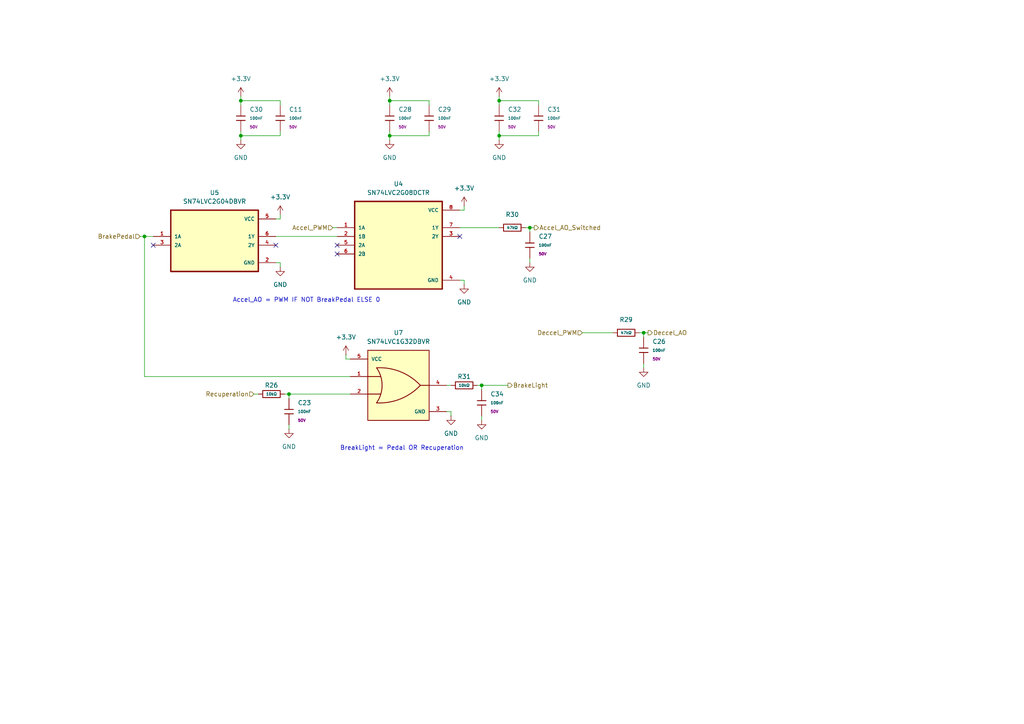
<source format=kicad_sch>
(kicad_sch
	(version 20250114)
	(generator "eeschema")
	(generator_version "9.0")
	(uuid "d30105df-36e0-4eb6-9f2c-4a65938a8586")
	(paper "A4")
	(title_block
		(title "Logic")
		(date "2025-11-02")
		(rev "0")
		(company "Solar Energy Racers")
	)
	(lib_symbols
		(symbol "Imported_Symbols:SN74LVC1G32DBVR"
			(pin_names
				(offset 1.016)
			)
			(exclude_from_sim no)
			(in_bom yes)
			(on_board yes)
			(property "Reference" "U"
				(at -7.62 11.16 0)
				(effects
					(font
						(size 1.27 1.27)
					)
					(justify left bottom)
				)
			)
			(property "Value" "SN74LVC1G32DBVR"
				(at -7.62 -12.7 0)
				(effects
					(font
						(size 1.27 1.27)
					)
					(justify left bottom)
				)
			)
			(property "Footprint" "Package_TO_SOT_SMD:SOT-23-5"
				(at 0 0 0)
				(effects
					(font
						(size 1.27 1.27)
					)
					(justify bottom)
					(hide yes)
				)
			)
			(property "Datasheet" ""
				(at 0 0 0)
				(effects
					(font
						(size 1.27 1.27)
					)
					(hide yes)
				)
			)
			(property "Description" ""
				(at 0 0 0)
				(effects
					(font
						(size 1.27 1.27)
					)
					(hide yes)
				)
			)
			(property "PARTREV" "V"
				(at 0 0 0)
				(effects
					(font
						(size 1.27 1.27)
					)
					(justify bottom)
					(hide yes)
				)
			)
			(property "MANUFACTURER" "Texas Instruments"
				(at 0 0 0)
				(effects
					(font
						(size 1.27 1.27)
					)
					(justify bottom)
					(hide yes)
				)
			)
			(property "MAXIMUM_PACKAGE_HEIGHT" "1.45mm"
				(at 0 0 0)
				(effects
					(font
						(size 1.27 1.27)
					)
					(justify bottom)
					(hide yes)
				)
			)
			(property "STANDARD" "IPC-7351B"
				(at 0 0 0)
				(effects
					(font
						(size 1.27 1.27)
					)
					(justify bottom)
					(hide yes)
				)
			)
			(symbol "SN74LVC1G32DBVR_0_0"
				(arc
					(start -5.08 5.08)
					(mid -3.4783 0)
					(end -5.08 -5.08)
					(stroke
						(width 0.254)
						(type default)
					)
					(fill
						(type none)
					)
				)
				(polyline
					(pts
						(xy -7.62 2.54) (xy -3.937 2.54)
					)
					(stroke
						(width 0.254)
						(type default)
					)
					(fill
						(type none)
					)
				)
				(polyline
					(pts
						(xy -7.62 -2.54) (xy -3.937 -2.54)
					)
					(stroke
						(width 0.254)
						(type default)
					)
					(fill
						(type none)
					)
				)
				(rectangle
					(start -7.62 -10.16)
					(end 10.16 10.16)
					(stroke
						(width 0.254)
						(type default)
					)
					(fill
						(type background)
					)
				)
				(arc
					(start 7.62 0)
					(mid 1.8331 -3.9478)
					(end -5.08 -5.08)
					(stroke
						(width 0.254)
						(type default)
					)
					(fill
						(type none)
					)
				)
				(arc
					(start -5.08 5.08)
					(mid 1.8331 3.9478)
					(end 7.62 0)
					(stroke
						(width 0.254)
						(type default)
					)
					(fill
						(type none)
					)
				)
				(polyline
					(pts
						(xy 7.62 0) (xy 10.16 0)
					)
					(stroke
						(width 0.254)
						(type default)
					)
					(fill
						(type none)
					)
				)
				(pin power_in line
					(at -12.7 7.62 0)
					(length 5.08)
					(name "VCC"
						(effects
							(font
								(size 1.016 1.016)
							)
						)
					)
					(number "5"
						(effects
							(font
								(size 1.016 1.016)
							)
						)
					)
				)
				(pin input line
					(at -12.7 2.54 0)
					(length 5.08)
					(name "~"
						(effects
							(font
								(size 1.016 1.016)
							)
						)
					)
					(number "1"
						(effects
							(font
								(size 1.016 1.016)
							)
						)
					)
				)
				(pin input line
					(at -12.7 -2.54 0)
					(length 5.08)
					(name "~"
						(effects
							(font
								(size 1.016 1.016)
							)
						)
					)
					(number "2"
						(effects
							(font
								(size 1.016 1.016)
							)
						)
					)
				)
				(pin output line
					(at 15.24 0 180)
					(length 5.08)
					(name "~"
						(effects
							(font
								(size 1.016 1.016)
							)
						)
					)
					(number "4"
						(effects
							(font
								(size 1.016 1.016)
							)
						)
					)
				)
				(pin power_in line
					(at 15.24 -7.62 180)
					(length 5.08)
					(name "GND"
						(effects
							(font
								(size 1.016 1.016)
							)
						)
					)
					(number "3"
						(effects
							(font
								(size 1.016 1.016)
							)
						)
					)
				)
			)
			(embedded_fonts no)
		)
		(symbol "Imported_Symbols:SN74LVC2G04DBVR"
			(pin_names
				(offset 1.016)
			)
			(exclude_from_sim no)
			(in_bom yes)
			(on_board yes)
			(property "Reference" "U"
				(at -12.7 11.16 0)
				(effects
					(font
						(size 1.27 1.27)
					)
					(justify left bottom)
				)
			)
			(property "Value" "SN74LVC2G04DBVR"
				(at -12.7 -14.16 0)
				(effects
					(font
						(size 1.27 1.27)
					)
					(justify left bottom)
				)
			)
			(property "Footprint" "Package_TO_SOT_SMD:SOT-23-6"
				(at 0 0 0)
				(effects
					(font
						(size 1.27 1.27)
					)
					(justify bottom)
					(hide yes)
				)
			)
			(property "Datasheet" ""
				(at 0 0 0)
				(effects
					(font
						(size 1.27 1.27)
					)
					(hide yes)
				)
			)
			(property "Description" ""
				(at 0 0 0)
				(effects
					(font
						(size 1.27 1.27)
					)
					(hide yes)
				)
			)
			(symbol "SN74LVC2G04DBVR_0_0"
				(rectangle
					(start -12.7 10.16)
					(end 12.7 -7.62)
					(stroke
						(width 0.41)
						(type default)
					)
					(fill
						(type background)
					)
				)
				(pin input line
					(at -17.78 2.54 0)
					(length 5.08)
					(name "1A"
						(effects
							(font
								(size 1.016 1.016)
							)
						)
					)
					(number "1"
						(effects
							(font
								(size 1.016 1.016)
							)
						)
					)
				)
				(pin input line
					(at -17.78 0 0)
					(length 5.08)
					(name "2A"
						(effects
							(font
								(size 1.016 1.016)
							)
						)
					)
					(number "3"
						(effects
							(font
								(size 1.016 1.016)
							)
						)
					)
				)
				(pin power_in line
					(at 17.78 7.62 180)
					(length 5.08)
					(name "VCC"
						(effects
							(font
								(size 1.016 1.016)
							)
						)
					)
					(number "5"
						(effects
							(font
								(size 1.016 1.016)
							)
						)
					)
				)
				(pin output line
					(at 17.78 2.54 180)
					(length 5.08)
					(name "1Y"
						(effects
							(font
								(size 1.016 1.016)
							)
						)
					)
					(number "6"
						(effects
							(font
								(size 1.016 1.016)
							)
						)
					)
				)
				(pin output line
					(at 17.78 0 180)
					(length 5.08)
					(name "2Y"
						(effects
							(font
								(size 1.016 1.016)
							)
						)
					)
					(number "4"
						(effects
							(font
								(size 1.016 1.016)
							)
						)
					)
				)
				(pin power_in line
					(at 17.78 -5.08 180)
					(length 5.08)
					(name "GND"
						(effects
							(font
								(size 1.016 1.016)
							)
						)
					)
					(number "2"
						(effects
							(font
								(size 1.016 1.016)
							)
						)
					)
				)
			)
			(embedded_fonts no)
		)
		(symbol "Imported_Symbols:SN74LVC2G08DCTR"
			(pin_names
				(offset 1.016)
			)
			(exclude_from_sim no)
			(in_bom yes)
			(on_board yes)
			(property "Reference" "U"
				(at -12.7 13.7 0)
				(effects
					(font
						(size 1.27 1.27)
					)
					(justify left bottom)
				)
			)
			(property "Value" "SN74LVC2G08DCTR"
				(at -12.7 -16.7 0)
				(effects
					(font
						(size 1.27 1.27)
					)
					(justify left bottom)
				)
			)
			(property "Footprint" "Package_SO:VSSOP-8_2.3x2mm_P0.5mm"
				(at 0 0 0)
				(effects
					(font
						(size 1.27 1.27)
					)
					(justify bottom)
					(hide yes)
				)
			)
			(property "Datasheet" ""
				(at 0 0 0)
				(effects
					(font
						(size 1.27 1.27)
					)
					(hide yes)
				)
			)
			(property "Description" ""
				(at 0 0 0)
				(effects
					(font
						(size 1.27 1.27)
					)
					(hide yes)
				)
			)
			(symbol "SN74LVC2G08DCTR_0_0"
				(rectangle
					(start -12.7 -12.7)
					(end 12.7 12.7)
					(stroke
						(width 0.41)
						(type default)
					)
					(fill
						(type background)
					)
				)
				(pin input line
					(at -17.78 5.08 0)
					(length 5.08)
					(name "1A"
						(effects
							(font
								(size 1.016 1.016)
							)
						)
					)
					(number "1"
						(effects
							(font
								(size 1.016 1.016)
							)
						)
					)
				)
				(pin input line
					(at -17.78 2.54 0)
					(length 5.08)
					(name "1B"
						(effects
							(font
								(size 1.016 1.016)
							)
						)
					)
					(number "2"
						(effects
							(font
								(size 1.016 1.016)
							)
						)
					)
				)
				(pin input line
					(at -17.78 0 0)
					(length 5.08)
					(name "2A"
						(effects
							(font
								(size 1.016 1.016)
							)
						)
					)
					(number "5"
						(effects
							(font
								(size 1.016 1.016)
							)
						)
					)
				)
				(pin input line
					(at -17.78 -2.54 0)
					(length 5.08)
					(name "2B"
						(effects
							(font
								(size 1.016 1.016)
							)
						)
					)
					(number "6"
						(effects
							(font
								(size 1.016 1.016)
							)
						)
					)
				)
				(pin power_in line
					(at 17.78 10.16 180)
					(length 5.08)
					(name "VCC"
						(effects
							(font
								(size 1.016 1.016)
							)
						)
					)
					(number "8"
						(effects
							(font
								(size 1.016 1.016)
							)
						)
					)
				)
				(pin output line
					(at 17.78 5.08 180)
					(length 5.08)
					(name "1Y"
						(effects
							(font
								(size 1.016 1.016)
							)
						)
					)
					(number "7"
						(effects
							(font
								(size 1.016 1.016)
							)
						)
					)
				)
				(pin output line
					(at 17.78 2.54 180)
					(length 5.08)
					(name "2Y"
						(effects
							(font
								(size 1.016 1.016)
							)
						)
					)
					(number "3"
						(effects
							(font
								(size 1.016 1.016)
							)
						)
					)
				)
				(pin power_in line
					(at 17.78 -10.16 180)
					(length 5.08)
					(name "GND"
						(effects
							(font
								(size 1.016 1.016)
							)
						)
					)
					(number "4"
						(effects
							(font
								(size 1.016 1.016)
							)
						)
					)
				)
			)
			(embedded_fonts no)
		)
		(symbol "PCM_JLCPCB-Capacitors:0603,100nF"
			(pin_numbers
				(hide yes)
			)
			(pin_names
				(offset 0)
			)
			(exclude_from_sim no)
			(in_bom yes)
			(on_board yes)
			(property "Reference" "C"
				(at 2.032 1.668 0)
				(effects
					(font
						(size 1.27 1.27)
					)
					(justify left)
				)
			)
			(property "Value" "100nF"
				(at 2.032 -0.3782 0)
				(effects
					(font
						(size 0.8 0.8)
					)
					(justify left)
				)
			)
			(property "Footprint" "PCM_JLCPCB:C_0603"
				(at -1.778 0 90)
				(effects
					(font
						(size 1.27 1.27)
					)
					(hide yes)
				)
			)
			(property "Datasheet" "https://www.lcsc.com/datasheet/lcsc_datasheet_2211101700_YAGEO-CC0603KRX7R9BB104_C14663.pdf"
				(at 0 0 0)
				(effects
					(font
						(size 1.27 1.27)
					)
					(hide yes)
				)
			)
			(property "Description" "50V 100nF X7R ±10% 0603 Multilayer Ceramic Capacitors MLCC - SMD/SMT ROHS"
				(at 0 0 0)
				(effects
					(font
						(size 1.27 1.27)
					)
					(hide yes)
				)
			)
			(property "LCSC" "C14663"
				(at 0 0 0)
				(effects
					(font
						(size 1.27 1.27)
					)
					(hide yes)
				)
			)
			(property "Stock" "70324515"
				(at 0 0 0)
				(effects
					(font
						(size 1.27 1.27)
					)
					(hide yes)
				)
			)
			(property "Price" "0.006USD"
				(at 0 0 0)
				(effects
					(font
						(size 1.27 1.27)
					)
					(hide yes)
				)
			)
			(property "Process" "SMT"
				(at 0 0 0)
				(effects
					(font
						(size 1.27 1.27)
					)
					(hide yes)
				)
			)
			(property "Minimum Qty" "20"
				(at 0 0 0)
				(effects
					(font
						(size 1.27 1.27)
					)
					(hide yes)
				)
			)
			(property "Attrition Qty" "10"
				(at 0 0 0)
				(effects
					(font
						(size 1.27 1.27)
					)
					(hide yes)
				)
			)
			(property "Class" "Basic Component"
				(at 0 0 0)
				(effects
					(font
						(size 1.27 1.27)
					)
					(hide yes)
				)
			)
			(property "Category" "Capacitors,Multilayer Ceramic Capacitors MLCC - SMD/SMT"
				(at 0 0 0)
				(effects
					(font
						(size 1.27 1.27)
					)
					(hide yes)
				)
			)
			(property "Manufacturer" "YAGEO"
				(at 0 0 0)
				(effects
					(font
						(size 1.27 1.27)
					)
					(hide yes)
				)
			)
			(property "Part" "CC0603KRX7R9BB104"
				(at 0 0 0)
				(effects
					(font
						(size 1.27 1.27)
					)
					(hide yes)
				)
			)
			(property "Voltage Rated" "50V"
				(at 2.032 -2.0462 0)
				(effects
					(font
						(size 0.8 0.8)
					)
					(justify left)
				)
			)
			(property "Tolerance" "±10%"
				(at 0 0 0)
				(effects
					(font
						(size 1.27 1.27)
					)
					(hide yes)
				)
			)
			(property "Capacitance" "100nF"
				(at 0 0 0)
				(effects
					(font
						(size 1.27 1.27)
					)
					(hide yes)
				)
			)
			(property "Temperature Coefficient" "X7R"
				(at 0 0 0)
				(effects
					(font
						(size 1.27 1.27)
					)
					(hide yes)
				)
			)
			(property "ki_fp_filters" "C_*"
				(at 0 0 0)
				(effects
					(font
						(size 1.27 1.27)
					)
					(hide yes)
				)
			)
			(symbol "0603,100nF_0_1"
				(polyline
					(pts
						(xy -1.27 0.635) (xy 1.27 0.635)
					)
					(stroke
						(width 0.254)
						(type default)
					)
					(fill
						(type none)
					)
				)
				(polyline
					(pts
						(xy -1.27 -0.635) (xy 1.27 -0.635)
					)
					(stroke
						(width 0.254)
						(type default)
					)
					(fill
						(type none)
					)
				)
			)
			(symbol "0603,100nF_1_1"
				(pin passive line
					(at 0 3.81 270)
					(length 3.175)
					(name "~"
						(effects
							(font
								(size 1.27 1.27)
							)
						)
					)
					(number "1"
						(effects
							(font
								(size 1.27 1.27)
							)
						)
					)
				)
				(pin passive line
					(at 0 -3.81 90)
					(length 3.175)
					(name "~"
						(effects
							(font
								(size 1.27 1.27)
							)
						)
					)
					(number "2"
						(effects
							(font
								(size 1.27 1.27)
							)
						)
					)
				)
			)
			(embedded_fonts no)
		)
		(symbol "PCM_JLCPCB-Resistors:0603,10kΩ"
			(pin_numbers
				(hide yes)
			)
			(pin_names
				(offset 0)
			)
			(exclude_from_sim no)
			(in_bom yes)
			(on_board yes)
			(property "Reference" "R"
				(at 1.778 0 0)
				(effects
					(font
						(size 1.27 1.27)
					)
					(justify left)
				)
			)
			(property "Value" "10kΩ"
				(at 0 0 90)
				(do_not_autoplace)
				(effects
					(font
						(size 0.8 0.8)
					)
				)
			)
			(property "Footprint" "PCM_JLCPCB:R_0603"
				(at -1.778 0 90)
				(effects
					(font
						(size 1.27 1.27)
					)
					(hide yes)
				)
			)
			(property "Datasheet" "https://www.lcsc.com/datasheet/lcsc_datasheet_2206010045_UNI-ROYAL-Uniroyal-Elec-0603WAF1002T5E_C25804.pdf"
				(at 0 0 0)
				(effects
					(font
						(size 1.27 1.27)
					)
					(hide yes)
				)
			)
			(property "Description" "100mW Thick Film Resistors 75V ±100ppm/°C ±1% 10kΩ 0603 Chip Resistor - Surface Mount ROHS"
				(at 0 0 0)
				(effects
					(font
						(size 1.27 1.27)
					)
					(hide yes)
				)
			)
			(property "LCSC" "C25804"
				(at 0 0 0)
				(effects
					(font
						(size 1.27 1.27)
					)
					(hide yes)
				)
			)
			(property "Stock" "51181774"
				(at 0 0 0)
				(effects
					(font
						(size 1.27 1.27)
					)
					(hide yes)
				)
			)
			(property "Price" "0.004USD"
				(at 0 0 0)
				(effects
					(font
						(size 1.27 1.27)
					)
					(hide yes)
				)
			)
			(property "Process" "SMT"
				(at 0 0 0)
				(effects
					(font
						(size 1.27 1.27)
					)
					(hide yes)
				)
			)
			(property "Minimum Qty" "20"
				(at 0 0 0)
				(effects
					(font
						(size 1.27 1.27)
					)
					(hide yes)
				)
			)
			(property "Attrition Qty" "10"
				(at 0 0 0)
				(effects
					(font
						(size 1.27 1.27)
					)
					(hide yes)
				)
			)
			(property "Class" "Basic Component"
				(at 0 0 0)
				(effects
					(font
						(size 1.27 1.27)
					)
					(hide yes)
				)
			)
			(property "Category" "Resistors,Chip Resistor - Surface Mount"
				(at 0 0 0)
				(effects
					(font
						(size 1.27 1.27)
					)
					(hide yes)
				)
			)
			(property "Manufacturer" "UNI-ROYAL(Uniroyal Elec)"
				(at 0 0 0)
				(effects
					(font
						(size 1.27 1.27)
					)
					(hide yes)
				)
			)
			(property "Part" "0603WAF1002T5E"
				(at 0 0 0)
				(effects
					(font
						(size 1.27 1.27)
					)
					(hide yes)
				)
			)
			(property "Resistance" "10kΩ"
				(at 0 0 0)
				(effects
					(font
						(size 1.27 1.27)
					)
					(hide yes)
				)
			)
			(property "Power(Watts)" "100mW"
				(at 0 0 0)
				(effects
					(font
						(size 1.27 1.27)
					)
					(hide yes)
				)
			)
			(property "Type" "Thick Film Resistors"
				(at 0 0 0)
				(effects
					(font
						(size 1.27 1.27)
					)
					(hide yes)
				)
			)
			(property "Overload Voltage (Max)" "75V"
				(at 0 0 0)
				(effects
					(font
						(size 1.27 1.27)
					)
					(hide yes)
				)
			)
			(property "Operating Temperature Range" "-55°C~+155°C"
				(at 0 0 0)
				(effects
					(font
						(size 1.27 1.27)
					)
					(hide yes)
				)
			)
			(property "Tolerance" "±1%"
				(at 0 0 0)
				(effects
					(font
						(size 1.27 1.27)
					)
					(hide yes)
				)
			)
			(property "Temperature Coefficient" "±100ppm/°C"
				(at 0 0 0)
				(effects
					(font
						(size 1.27 1.27)
					)
					(hide yes)
				)
			)
			(property "ki_fp_filters" "R_*"
				(at 0 0 0)
				(effects
					(font
						(size 1.27 1.27)
					)
					(hide yes)
				)
			)
			(symbol "0603,10kΩ_0_1"
				(rectangle
					(start -1.016 2.54)
					(end 1.016 -2.54)
					(stroke
						(width 0.254)
						(type default)
					)
					(fill
						(type none)
					)
				)
			)
			(symbol "0603,10kΩ_1_1"
				(pin passive line
					(at 0 3.81 270)
					(length 1.27)
					(name "~"
						(effects
							(font
								(size 1.27 1.27)
							)
						)
					)
					(number "1"
						(effects
							(font
								(size 1.27 1.27)
							)
						)
					)
				)
				(pin passive line
					(at 0 -3.81 90)
					(length 1.27)
					(name "~"
						(effects
							(font
								(size 1.27 1.27)
							)
						)
					)
					(number "2"
						(effects
							(font
								(size 1.27 1.27)
							)
						)
					)
				)
			)
			(embedded_fonts no)
		)
		(symbol "PCM_JLCPCB-Resistors:0603,47kΩ"
			(pin_numbers
				(hide yes)
			)
			(pin_names
				(offset 0)
			)
			(exclude_from_sim no)
			(in_bom yes)
			(on_board yes)
			(property "Reference" "R"
				(at 1.778 0 0)
				(effects
					(font
						(size 1.27 1.27)
					)
					(justify left)
				)
			)
			(property "Value" "47kΩ"
				(at 0 0 90)
				(do_not_autoplace)
				(effects
					(font
						(size 0.8 0.8)
					)
				)
			)
			(property "Footprint" "PCM_JLCPCB:R_0603"
				(at -1.778 0 90)
				(effects
					(font
						(size 1.27 1.27)
					)
					(hide yes)
				)
			)
			(property "Datasheet" "https://www.lcsc.com/datasheet/lcsc_datasheet_2206010045_UNI-ROYAL-Uniroyal-Elec-0603WAF4702T5E_C25819.pdf"
				(at 0 0 0)
				(effects
					(font
						(size 1.27 1.27)
					)
					(hide yes)
				)
			)
			(property "Description" "100mW Thick Film Resistors 75V ±100ppm/°C ±1% 47kΩ 0603 Chip Resistor - Surface Mount ROHS"
				(at 0 0 0)
				(effects
					(font
						(size 1.27 1.27)
					)
					(hide yes)
				)
			)
			(property "LCSC" "C25819"
				(at 0 0 0)
				(effects
					(font
						(size 1.27 1.27)
					)
					(hide yes)
				)
			)
			(property "Stock" "2267414"
				(at 0 0 0)
				(effects
					(font
						(size 1.27 1.27)
					)
					(hide yes)
				)
			)
			(property "Price" "0.004USD"
				(at 0 0 0)
				(effects
					(font
						(size 1.27 1.27)
					)
					(hide yes)
				)
			)
			(property "Process" "SMT"
				(at 0 0 0)
				(effects
					(font
						(size 1.27 1.27)
					)
					(hide yes)
				)
			)
			(property "Minimum Qty" "20"
				(at 0 0 0)
				(effects
					(font
						(size 1.27 1.27)
					)
					(hide yes)
				)
			)
			(property "Attrition Qty" "10"
				(at 0 0 0)
				(effects
					(font
						(size 1.27 1.27)
					)
					(hide yes)
				)
			)
			(property "Class" "Basic Component"
				(at 0 0 0)
				(effects
					(font
						(size 1.27 1.27)
					)
					(hide yes)
				)
			)
			(property "Category" "Resistors,Chip Resistor - Surface Mount"
				(at 0 0 0)
				(effects
					(font
						(size 1.27 1.27)
					)
					(hide yes)
				)
			)
			(property "Manufacturer" "UNI-ROYAL(Uniroyal Elec)"
				(at 0 0 0)
				(effects
					(font
						(size 1.27 1.27)
					)
					(hide yes)
				)
			)
			(property "Part" "0603WAF4702T5E"
				(at 0 0 0)
				(effects
					(font
						(size 1.27 1.27)
					)
					(hide yes)
				)
			)
			(property "Resistance" "47kΩ"
				(at 0 0 0)
				(effects
					(font
						(size 1.27 1.27)
					)
					(hide yes)
				)
			)
			(property "Power(Watts)" "100mW"
				(at 0 0 0)
				(effects
					(font
						(size 1.27 1.27)
					)
					(hide yes)
				)
			)
			(property "Type" "Thick Film Resistors"
				(at 0 0 0)
				(effects
					(font
						(size 1.27 1.27)
					)
					(hide yes)
				)
			)
			(property "Overload Voltage (Max)" "75V"
				(at 0 0 0)
				(effects
					(font
						(size 1.27 1.27)
					)
					(hide yes)
				)
			)
			(property "Operating Temperature Range" "-55°C~+155°C"
				(at 0 0 0)
				(effects
					(font
						(size 1.27 1.27)
					)
					(hide yes)
				)
			)
			(property "Tolerance" "±1%"
				(at 0 0 0)
				(effects
					(font
						(size 1.27 1.27)
					)
					(hide yes)
				)
			)
			(property "Temperature Coefficient" "±100ppm/°C"
				(at 0 0 0)
				(effects
					(font
						(size 1.27 1.27)
					)
					(hide yes)
				)
			)
			(property "ki_fp_filters" "R_*"
				(at 0 0 0)
				(effects
					(font
						(size 1.27 1.27)
					)
					(hide yes)
				)
			)
			(symbol "0603,47kΩ_0_1"
				(rectangle
					(start -1.016 2.54)
					(end 1.016 -2.54)
					(stroke
						(width 0.254)
						(type default)
					)
					(fill
						(type none)
					)
				)
			)
			(symbol "0603,47kΩ_1_1"
				(pin passive line
					(at 0 3.81 270)
					(length 1.27)
					(name "~"
						(effects
							(font
								(size 1.27 1.27)
							)
						)
					)
					(number "1"
						(effects
							(font
								(size 1.27 1.27)
							)
						)
					)
				)
				(pin passive line
					(at 0 -3.81 90)
					(length 1.27)
					(name "~"
						(effects
							(font
								(size 1.27 1.27)
							)
						)
					)
					(number "2"
						(effects
							(font
								(size 1.27 1.27)
							)
						)
					)
				)
			)
			(embedded_fonts no)
		)
		(symbol "power:+3.3V"
			(power)
			(pin_numbers
				(hide yes)
			)
			(pin_names
				(offset 0)
				(hide yes)
			)
			(exclude_from_sim no)
			(in_bom yes)
			(on_board yes)
			(property "Reference" "#PWR"
				(at 0 -3.81 0)
				(effects
					(font
						(size 1.27 1.27)
					)
					(hide yes)
				)
			)
			(property "Value" "+3.3V"
				(at 0 3.556 0)
				(effects
					(font
						(size 1.27 1.27)
					)
				)
			)
			(property "Footprint" ""
				(at 0 0 0)
				(effects
					(font
						(size 1.27 1.27)
					)
					(hide yes)
				)
			)
			(property "Datasheet" ""
				(at 0 0 0)
				(effects
					(font
						(size 1.27 1.27)
					)
					(hide yes)
				)
			)
			(property "Description" "Power symbol creates a global label with name \"+3.3V\""
				(at 0 0 0)
				(effects
					(font
						(size 1.27 1.27)
					)
					(hide yes)
				)
			)
			(property "ki_keywords" "global power"
				(at 0 0 0)
				(effects
					(font
						(size 1.27 1.27)
					)
					(hide yes)
				)
			)
			(symbol "+3.3V_0_1"
				(polyline
					(pts
						(xy -0.762 1.27) (xy 0 2.54)
					)
					(stroke
						(width 0)
						(type default)
					)
					(fill
						(type none)
					)
				)
				(polyline
					(pts
						(xy 0 2.54) (xy 0.762 1.27)
					)
					(stroke
						(width 0)
						(type default)
					)
					(fill
						(type none)
					)
				)
				(polyline
					(pts
						(xy 0 0) (xy 0 2.54)
					)
					(stroke
						(width 0)
						(type default)
					)
					(fill
						(type none)
					)
				)
			)
			(symbol "+3.3V_1_1"
				(pin power_in line
					(at 0 0 90)
					(length 0)
					(name "~"
						(effects
							(font
								(size 1.27 1.27)
							)
						)
					)
					(number "1"
						(effects
							(font
								(size 1.27 1.27)
							)
						)
					)
				)
			)
			(embedded_fonts no)
		)
		(symbol "power:GND"
			(power)
			(pin_numbers
				(hide yes)
			)
			(pin_names
				(offset 0)
				(hide yes)
			)
			(exclude_from_sim no)
			(in_bom yes)
			(on_board yes)
			(property "Reference" "#PWR"
				(at 0 -6.35 0)
				(effects
					(font
						(size 1.27 1.27)
					)
					(hide yes)
				)
			)
			(property "Value" "GND"
				(at 0 -3.81 0)
				(effects
					(font
						(size 1.27 1.27)
					)
				)
			)
			(property "Footprint" ""
				(at 0 0 0)
				(effects
					(font
						(size 1.27 1.27)
					)
					(hide yes)
				)
			)
			(property "Datasheet" ""
				(at 0 0 0)
				(effects
					(font
						(size 1.27 1.27)
					)
					(hide yes)
				)
			)
			(property "Description" "Power symbol creates a global label with name \"GND\" , ground"
				(at 0 0 0)
				(effects
					(font
						(size 1.27 1.27)
					)
					(hide yes)
				)
			)
			(property "ki_keywords" "global power"
				(at 0 0 0)
				(effects
					(font
						(size 1.27 1.27)
					)
					(hide yes)
				)
			)
			(symbol "GND_0_1"
				(polyline
					(pts
						(xy 0 0) (xy 0 -1.27) (xy 1.27 -1.27) (xy 0 -2.54) (xy -1.27 -1.27) (xy 0 -1.27)
					)
					(stroke
						(width 0)
						(type default)
					)
					(fill
						(type none)
					)
				)
			)
			(symbol "GND_1_1"
				(pin power_in line
					(at 0 0 270)
					(length 0)
					(name "~"
						(effects
							(font
								(size 1.27 1.27)
							)
						)
					)
					(number "1"
						(effects
							(font
								(size 1.27 1.27)
							)
						)
					)
				)
			)
			(embedded_fonts no)
		)
	)
	(text "BreakLight = Pedal OR Recuperation"
		(exclude_from_sim no)
		(at 116.586 130.048 0)
		(effects
			(font
				(size 1.27 1.27)
			)
		)
		(uuid "84160339-e11e-4b09-b32f-c5086a632b03")
	)
	(text "Accel_AO = PWM IF NOT BreakPedal ELSE 0"
		(exclude_from_sim no)
		(at 88.9 87.122 0)
		(effects
			(font
				(size 1.27 1.27)
			)
		)
		(uuid "daf0f627-f696-4255-8315-cd7ffe906d81")
	)
	(junction
		(at 153.67 66.04)
		(diameter 0)
		(color 0 0 0 0)
		(uuid "0f3a828b-2781-42f4-a852-44187e983cff")
	)
	(junction
		(at 113.03 39.37)
		(diameter 0)
		(color 0 0 0 0)
		(uuid "1bbc118d-5967-4a98-a7cd-74277044a285")
	)
	(junction
		(at 69.85 39.37)
		(diameter 0)
		(color 0 0 0 0)
		(uuid "323f0e46-15a7-4352-952a-8a32850cd9cc")
	)
	(junction
		(at 144.78 29.21)
		(diameter 0)
		(color 0 0 0 0)
		(uuid "39013394-4ad8-45e3-b501-757baf1198ba")
	)
	(junction
		(at 144.78 39.37)
		(diameter 0)
		(color 0 0 0 0)
		(uuid "65a3485b-4425-4a95-b912-5a828c2bec6c")
	)
	(junction
		(at 139.7 111.76)
		(diameter 0)
		(color 0 0 0 0)
		(uuid "7733653e-1288-4e31-9d55-c536a8a5fb6b")
	)
	(junction
		(at 113.03 29.21)
		(diameter 0)
		(color 0 0 0 0)
		(uuid "92acd3d1-713c-49aa-8382-869dfbd2948f")
	)
	(junction
		(at 69.85 29.21)
		(diameter 0)
		(color 0 0 0 0)
		(uuid "961787bc-6390-49a9-8ca9-95301f4f08e0")
	)
	(junction
		(at 83.82 114.3)
		(diameter 0)
		(color 0 0 0 0)
		(uuid "dfc9de75-a42e-40ac-8575-f5c344f813c4")
	)
	(junction
		(at 186.69 96.52)
		(diameter 0)
		(color 0 0 0 0)
		(uuid "e11d1547-2ea8-4572-b4c7-690d4dbddb35")
	)
	(junction
		(at 41.91 68.58)
		(diameter 0)
		(color 0 0 0 0)
		(uuid "f68ba06c-a493-4682-82dc-d1cc025860c1")
	)
	(no_connect
		(at 44.45 71.12)
		(uuid "18da9195-4b27-4d12-8c08-700cdc9eac06")
	)
	(no_connect
		(at 133.35 68.58)
		(uuid "362ec3e0-d64c-418a-8c79-975435811889")
	)
	(no_connect
		(at 97.79 73.66)
		(uuid "61c0344d-a5b9-4f96-9046-49851686c284")
	)
	(no_connect
		(at 97.79 71.12)
		(uuid "ac2fcfb7-3104-4eab-9692-17be6d50aa06")
	)
	(no_connect
		(at 80.01 71.12)
		(uuid "dfd3fdde-9b9a-4ce0-a16d-8099daa95ee1")
	)
	(wire
		(pts
			(xy 69.85 40.64) (xy 69.85 39.37)
		)
		(stroke
			(width 0)
			(type default)
		)
		(uuid "01078930-1de0-4fcf-a046-9f26051a941b")
	)
	(wire
		(pts
			(xy 134.62 82.55) (xy 134.62 81.28)
		)
		(stroke
			(width 0)
			(type default)
		)
		(uuid "03100d90-b576-47ed-9095-dbbd29939ff7")
	)
	(wire
		(pts
			(xy 134.62 81.28) (xy 133.35 81.28)
		)
		(stroke
			(width 0)
			(type default)
		)
		(uuid "03e141b1-6444-4358-ad80-cc97dc51be4f")
	)
	(wire
		(pts
			(xy 113.03 39.37) (xy 113.03 38.1)
		)
		(stroke
			(width 0)
			(type default)
		)
		(uuid "09e7f5f3-20a4-473c-831e-45038e10ab83")
	)
	(wire
		(pts
			(xy 73.66 114.3) (xy 74.93 114.3)
		)
		(stroke
			(width 0)
			(type default)
		)
		(uuid "09fd4584-540e-4ee0-b4f8-0d4f6ce9c42f")
	)
	(wire
		(pts
			(xy 82.55 114.3) (xy 83.82 114.3)
		)
		(stroke
			(width 0)
			(type default)
		)
		(uuid "0ab992ad-4087-4aee-9b25-c9df40a15d0f")
	)
	(wire
		(pts
			(xy 144.78 29.21) (xy 144.78 30.48)
		)
		(stroke
			(width 0)
			(type default)
		)
		(uuid "11324109-e37b-48fc-97e5-fe5b03a5f8ac")
	)
	(wire
		(pts
			(xy 113.03 39.37) (xy 124.46 39.37)
		)
		(stroke
			(width 0)
			(type default)
		)
		(uuid "11c3f4af-962f-4c50-9b59-ac91a0a8fa99")
	)
	(wire
		(pts
			(xy 138.43 111.76) (xy 139.7 111.76)
		)
		(stroke
			(width 0)
			(type default)
		)
		(uuid "1244de59-7a04-4613-9eb2-cfbc70a0e0f9")
	)
	(wire
		(pts
			(xy 153.67 76.2) (xy 153.67 74.93)
		)
		(stroke
			(width 0)
			(type default)
		)
		(uuid "14d09678-1906-4155-8b9d-5295d997b1e8")
	)
	(wire
		(pts
			(xy 129.54 119.38) (xy 130.81 119.38)
		)
		(stroke
			(width 0)
			(type default)
		)
		(uuid "164a0e27-2733-45a3-be66-4a7b26555b48")
	)
	(wire
		(pts
			(xy 144.78 39.37) (xy 156.21 39.37)
		)
		(stroke
			(width 0)
			(type default)
		)
		(uuid "193c7086-0c2b-4085-b7cf-bfbbb73d0e6f")
	)
	(wire
		(pts
			(xy 100.33 104.14) (xy 101.6 104.14)
		)
		(stroke
			(width 0)
			(type default)
		)
		(uuid "198deab1-72e8-47a7-be28-4b7ea5fe1547")
	)
	(wire
		(pts
			(xy 168.91 96.52) (xy 177.8 96.52)
		)
		(stroke
			(width 0)
			(type default)
		)
		(uuid "1b1f52cd-b915-4206-90c8-043956117cdd")
	)
	(wire
		(pts
			(xy 186.69 96.52) (xy 187.96 96.52)
		)
		(stroke
			(width 0)
			(type default)
		)
		(uuid "1cecb857-921c-47a9-a0a1-0ab2cd723395")
	)
	(wire
		(pts
			(xy 69.85 27.94) (xy 69.85 29.21)
		)
		(stroke
			(width 0)
			(type default)
		)
		(uuid "242318e0-6e4d-4fc7-bfbb-4b38cae2520c")
	)
	(wire
		(pts
			(xy 80.01 68.58) (xy 97.79 68.58)
		)
		(stroke
			(width 0)
			(type default)
		)
		(uuid "2c66e2dd-6f2c-4867-bc7f-bd7fc5b89f18")
	)
	(wire
		(pts
			(xy 124.46 38.1) (xy 124.46 39.37)
		)
		(stroke
			(width 0)
			(type default)
		)
		(uuid "2e9aa44e-0692-4c27-890d-720ea68e2afa")
	)
	(wire
		(pts
			(xy 144.78 29.21) (xy 156.21 29.21)
		)
		(stroke
			(width 0)
			(type default)
		)
		(uuid "3577d09e-25c1-4931-b46e-ded332012238")
	)
	(wire
		(pts
			(xy 41.91 68.58) (xy 44.45 68.58)
		)
		(stroke
			(width 0)
			(type default)
		)
		(uuid "3b57fdd8-857b-4727-b1c8-8cca22212e9d")
	)
	(wire
		(pts
			(xy 130.81 119.38) (xy 130.81 120.65)
		)
		(stroke
			(width 0)
			(type default)
		)
		(uuid "3ceee385-bf9f-4ff3-b0ff-171a53967383")
	)
	(wire
		(pts
			(xy 83.82 124.46) (xy 83.82 123.19)
		)
		(stroke
			(width 0)
			(type default)
		)
		(uuid "4a3fb8f4-2e4e-465f-9909-df36211a7c78")
	)
	(wire
		(pts
			(xy 144.78 40.64) (xy 144.78 39.37)
		)
		(stroke
			(width 0)
			(type default)
		)
		(uuid "51df3bb1-6c92-4094-8e3a-6e5c2ff802f6")
	)
	(wire
		(pts
			(xy 186.69 96.52) (xy 186.69 97.79)
		)
		(stroke
			(width 0)
			(type default)
		)
		(uuid "52df7fc9-7d58-45f2-84e2-1ba61614560f")
	)
	(wire
		(pts
			(xy 134.62 60.96) (xy 133.35 60.96)
		)
		(stroke
			(width 0)
			(type default)
		)
		(uuid "55a06c8b-a721-40c1-a905-33f5f33835cd")
	)
	(wire
		(pts
			(xy 69.85 29.21) (xy 69.85 30.48)
		)
		(stroke
			(width 0)
			(type default)
		)
		(uuid "58dddce3-fe28-4da9-9c97-7b25f4044d73")
	)
	(wire
		(pts
			(xy 144.78 27.94) (xy 144.78 29.21)
		)
		(stroke
			(width 0)
			(type default)
		)
		(uuid "5a22f57c-7363-4c22-bfae-0b8566b7115c")
	)
	(wire
		(pts
			(xy 69.85 39.37) (xy 81.28 39.37)
		)
		(stroke
			(width 0)
			(type default)
		)
		(uuid "5ce74f74-74c7-4475-a022-98863ccf6179")
	)
	(wire
		(pts
			(xy 144.78 66.04) (xy 133.35 66.04)
		)
		(stroke
			(width 0)
			(type default)
		)
		(uuid "61d1e55f-ddf5-46e8-94bb-9b52d45ef033")
	)
	(wire
		(pts
			(xy 81.28 62.23) (xy 81.28 63.5)
		)
		(stroke
			(width 0)
			(type default)
		)
		(uuid "64964654-ef8f-48ce-b02e-1d332a68ff07")
	)
	(wire
		(pts
			(xy 139.7 111.76) (xy 139.7 113.03)
		)
		(stroke
			(width 0)
			(type default)
		)
		(uuid "65dd3844-7f96-495f-b32b-4a0f044bd855")
	)
	(wire
		(pts
			(xy 152.4 66.04) (xy 153.67 66.04)
		)
		(stroke
			(width 0)
			(type default)
		)
		(uuid "66c3f98f-2d0d-440e-910f-4edf0b52a2c1")
	)
	(wire
		(pts
			(xy 134.62 59.69) (xy 134.62 60.96)
		)
		(stroke
			(width 0)
			(type default)
		)
		(uuid "6b3aa8bd-c667-4307-b66d-0ab618cadccf")
	)
	(wire
		(pts
			(xy 144.78 39.37) (xy 144.78 38.1)
		)
		(stroke
			(width 0)
			(type default)
		)
		(uuid "6db49444-84bb-45ac-80c8-fee6fcc59f11")
	)
	(wire
		(pts
			(xy 81.28 76.2) (xy 80.01 76.2)
		)
		(stroke
			(width 0)
			(type default)
		)
		(uuid "736791a7-0641-454d-9a48-e268922389b5")
	)
	(wire
		(pts
			(xy 139.7 121.92) (xy 139.7 120.65)
		)
		(stroke
			(width 0)
			(type default)
		)
		(uuid "73ab263c-9779-40e6-ab9c-160bdc9abc93")
	)
	(wire
		(pts
			(xy 101.6 109.22) (xy 41.91 109.22)
		)
		(stroke
			(width 0)
			(type default)
		)
		(uuid "76a57254-2727-44d1-b522-04a311a81e9c")
	)
	(wire
		(pts
			(xy 81.28 77.47) (xy 81.28 76.2)
		)
		(stroke
			(width 0)
			(type default)
		)
		(uuid "7b618af6-36bc-4914-accb-782e0d967069")
	)
	(wire
		(pts
			(xy 81.28 30.48) (xy 81.28 29.21)
		)
		(stroke
			(width 0)
			(type default)
		)
		(uuid "80944420-ae1f-49f4-ad81-f4b50b8cda99")
	)
	(wire
		(pts
			(xy 156.21 38.1) (xy 156.21 39.37)
		)
		(stroke
			(width 0)
			(type default)
		)
		(uuid "841a0b0f-fe35-43ed-851a-41db3794d238")
	)
	(wire
		(pts
			(xy 185.42 96.52) (xy 186.69 96.52)
		)
		(stroke
			(width 0)
			(type default)
		)
		(uuid "84d3e6d4-1191-4434-bd94-c868d8965476")
	)
	(wire
		(pts
			(xy 83.82 114.3) (xy 83.82 115.57)
		)
		(stroke
			(width 0)
			(type default)
		)
		(uuid "8b87cc4d-668c-4293-8cae-b9955920009e")
	)
	(wire
		(pts
			(xy 129.54 111.76) (xy 130.81 111.76)
		)
		(stroke
			(width 0)
			(type default)
		)
		(uuid "8b9465b9-608c-430a-a463-73a079286abe")
	)
	(wire
		(pts
			(xy 124.46 30.48) (xy 124.46 29.21)
		)
		(stroke
			(width 0)
			(type default)
		)
		(uuid "8c254b86-e396-43e0-afd9-5c34a7f24e60")
	)
	(wire
		(pts
			(xy 69.85 29.21) (xy 81.28 29.21)
		)
		(stroke
			(width 0)
			(type default)
		)
		(uuid "8da2131b-23b9-4f68-88fd-04ab3de4d770")
	)
	(wire
		(pts
			(xy 41.91 109.22) (xy 41.91 68.58)
		)
		(stroke
			(width 0)
			(type default)
		)
		(uuid "9331bc9b-bef8-4036-868e-ca472280d1f9")
	)
	(wire
		(pts
			(xy 113.03 27.94) (xy 113.03 29.21)
		)
		(stroke
			(width 0)
			(type default)
		)
		(uuid "958c9377-2945-4595-9454-aadd44c80f49")
	)
	(wire
		(pts
			(xy 113.03 29.21) (xy 124.46 29.21)
		)
		(stroke
			(width 0)
			(type default)
		)
		(uuid "9b1d1ec5-87ae-4657-b3c6-3541419ed8fc")
	)
	(wire
		(pts
			(xy 83.82 114.3) (xy 101.6 114.3)
		)
		(stroke
			(width 0)
			(type default)
		)
		(uuid "a7cef087-8fb7-49e4-8be2-5616544f76f5")
	)
	(wire
		(pts
			(xy 100.33 102.87) (xy 100.33 104.14)
		)
		(stroke
			(width 0)
			(type default)
		)
		(uuid "c666b53a-21bd-4267-bdf5-0372978807ab")
	)
	(wire
		(pts
			(xy 139.7 111.76) (xy 147.32 111.76)
		)
		(stroke
			(width 0)
			(type default)
		)
		(uuid "d40559b1-b8c4-43d5-a3f6-eaa97f50877a")
	)
	(wire
		(pts
			(xy 153.67 66.04) (xy 154.94 66.04)
		)
		(stroke
			(width 0)
			(type default)
		)
		(uuid "dfb04fb6-a3c6-49b9-aeae-5f00af822032")
	)
	(wire
		(pts
			(xy 81.28 38.1) (xy 81.28 39.37)
		)
		(stroke
			(width 0)
			(type default)
		)
		(uuid "e1d940b1-653f-45da-9c5f-2b8df790d2ad")
	)
	(wire
		(pts
			(xy 69.85 39.37) (xy 69.85 38.1)
		)
		(stroke
			(width 0)
			(type default)
		)
		(uuid "e5745744-6680-4606-abc0-7b97fb31326f")
	)
	(wire
		(pts
			(xy 113.03 40.64) (xy 113.03 39.37)
		)
		(stroke
			(width 0)
			(type default)
		)
		(uuid "e5be9059-7f7d-4f92-b02f-bb184fc45fde")
	)
	(wire
		(pts
			(xy 156.21 30.48) (xy 156.21 29.21)
		)
		(stroke
			(width 0)
			(type default)
		)
		(uuid "e74aaa85-38df-475a-8dea-a8c65d0d2d88")
	)
	(wire
		(pts
			(xy 186.69 106.68) (xy 186.69 105.41)
		)
		(stroke
			(width 0)
			(type default)
		)
		(uuid "e93618a6-05c5-438d-978c-6fb44b7030bb")
	)
	(wire
		(pts
			(xy 81.28 63.5) (xy 80.01 63.5)
		)
		(stroke
			(width 0)
			(type default)
		)
		(uuid "ea7503dd-74de-49ab-b376-b33d41a4e41e")
	)
	(wire
		(pts
			(xy 40.64 68.58) (xy 41.91 68.58)
		)
		(stroke
			(width 0)
			(type default)
		)
		(uuid "ee5b2cc9-2869-433b-b120-02b411887acf")
	)
	(wire
		(pts
			(xy 153.67 66.04) (xy 153.67 67.31)
		)
		(stroke
			(width 0)
			(type default)
		)
		(uuid "f0478e43-cdea-4c10-8461-907ca99ef9ed")
	)
	(wire
		(pts
			(xy 113.03 29.21) (xy 113.03 30.48)
		)
		(stroke
			(width 0)
			(type default)
		)
		(uuid "f1cbca83-c765-44da-b895-80ace89ed9ca")
	)
	(wire
		(pts
			(xy 96.52 66.04) (xy 97.79 66.04)
		)
		(stroke
			(width 0)
			(type default)
		)
		(uuid "fec64325-9cb6-4cbc-9ea9-bca9ebf83805")
	)
	(hierarchical_label "BrakeLight"
		(shape output)
		(at 147.32 111.76 0)
		(effects
			(font
				(size 1.27 1.27)
			)
			(justify left)
		)
		(uuid "0f15ba36-cf54-4a87-a227-20064c050aa2")
	)
	(hierarchical_label "BrakePedal"
		(shape input)
		(at 40.64 68.58 180)
		(effects
			(font
				(size 1.27 1.27)
			)
			(justify right)
		)
		(uuid "0fd2e4df-1c29-48c0-b805-85e69a461e2c")
	)
	(hierarchical_label "Accel_PWM"
		(shape input)
		(at 96.52 66.04 180)
		(effects
			(font
				(size 1.27 1.27)
			)
			(justify right)
		)
		(uuid "a5c58cb6-8f82-4af1-8e17-4ffa2567537d")
	)
	(hierarchical_label "Recuperation"
		(shape input)
		(at 73.66 114.3 180)
		(effects
			(font
				(size 1.27 1.27)
			)
			(justify right)
		)
		(uuid "afed5699-c2e0-4430-b4b1-cb89192f746e")
	)
	(hierarchical_label "Accel_AO_Switched"
		(shape output)
		(at 154.94 66.04 0)
		(effects
			(font
				(size 1.27 1.27)
			)
			(justify left)
		)
		(uuid "c1635641-8de0-47b4-a18d-4d0e6745bc0c")
	)
	(hierarchical_label "Deccel_AO"
		(shape output)
		(at 187.96 96.52 0)
		(effects
			(font
				(size 1.27 1.27)
			)
			(justify left)
		)
		(uuid "df7ec86b-ac6b-4533-a164-4421802d4b8f")
	)
	(hierarchical_label "Deccel_PWM"
		(shape input)
		(at 168.91 96.52 180)
		(effects
			(font
				(size 1.27 1.27)
			)
			(justify right)
		)
		(uuid "ec8b8409-2d48-4819-a795-73f245d28d6c")
	)
	(symbol
		(lib_id "power:GND")
		(at 69.85 40.64 0)
		(unit 1)
		(exclude_from_sim no)
		(in_bom yes)
		(on_board yes)
		(dnp no)
		(fields_autoplaced yes)
		(uuid "00f43b8e-8246-45f9-8762-cc4f1d973581")
		(property "Reference" "#PWR069"
			(at 69.85 46.99 0)
			(effects
				(font
					(size 1.27 1.27)
				)
				(hide yes)
			)
		)
		(property "Value" "GND"
			(at 69.85 45.72 0)
			(effects
				(font
					(size 1.27 1.27)
				)
			)
		)
		(property "Footprint" ""
			(at 69.85 40.64 0)
			(effects
				(font
					(size 1.27 1.27)
				)
				(hide yes)
			)
		)
		(property "Datasheet" ""
			(at 69.85 40.64 0)
			(effects
				(font
					(size 1.27 1.27)
				)
				(hide yes)
			)
		)
		(property "Description" "Power symbol creates a global label with name \"GND\" , ground"
			(at 69.85 40.64 0)
			(effects
				(font
					(size 1.27 1.27)
				)
				(hide yes)
			)
		)
		(pin "1"
			(uuid "23b6e552-6200-49e8-9cd6-ebccd0f878b2")
		)
		(instances
			(project "DriveController"
				(path "/ea108ab4-4341-4ce5-9e9f-23df8de995fe/abb3bafd-ab1c-4d1d-8156-01ac1687e1d0"
					(reference "#PWR069")
					(unit 1)
				)
			)
		)
	)
	(symbol
		(lib_id "PCM_JLCPCB-Capacitors:0603,100nF")
		(at 69.85 34.29 0)
		(unit 1)
		(exclude_from_sim no)
		(in_bom yes)
		(on_board yes)
		(dnp no)
		(fields_autoplaced yes)
		(uuid "0f2b94e6-0e70-4524-9202-7b15bac297fe")
		(property "Reference" "C30"
			(at 72.39 31.7499 0)
			(effects
				(font
					(size 1.27 1.27)
				)
				(justify left)
			)
		)
		(property "Value" "100nF"
			(at 72.39 34.29 0)
			(effects
				(font
					(size 0.8 0.8)
				)
				(justify left)
			)
		)
		(property "Footprint" "PCM_JLCPCB:C_0603"
			(at 68.072 34.29 90)
			(effects
				(font
					(size 1.27 1.27)
				)
				(hide yes)
			)
		)
		(property "Datasheet" "https://www.lcsc.com/datasheet/lcsc_datasheet_2211101700_YAGEO-CC0603KRX7R9BB104_C14663.pdf"
			(at 69.85 34.29 0)
			(effects
				(font
					(size 1.27 1.27)
				)
				(hide yes)
			)
		)
		(property "Description" "50V 100nF X7R ±10% 0603 Multilayer Ceramic Capacitors MLCC - SMD/SMT ROHS"
			(at 69.85 34.29 0)
			(effects
				(font
					(size 1.27 1.27)
				)
				(hide yes)
			)
		)
		(property "LCSC" "C14663"
			(at 69.85 34.29 0)
			(effects
				(font
					(size 1.27 1.27)
				)
				(hide yes)
			)
		)
		(property "Stock" "70324515"
			(at 69.85 34.29 0)
			(effects
				(font
					(size 1.27 1.27)
				)
				(hide yes)
			)
		)
		(property "Price" "0.006USD"
			(at 69.85 34.29 0)
			(effects
				(font
					(size 1.27 1.27)
				)
				(hide yes)
			)
		)
		(property "Process" "SMT"
			(at 69.85 34.29 0)
			(effects
				(font
					(size 1.27 1.27)
				)
				(hide yes)
			)
		)
		(property "Minimum Qty" "20"
			(at 69.85 34.29 0)
			(effects
				(font
					(size 1.27 1.27)
				)
				(hide yes)
			)
		)
		(property "Attrition Qty" "10"
			(at 69.85 34.29 0)
			(effects
				(font
					(size 1.27 1.27)
				)
				(hide yes)
			)
		)
		(property "Class" "Basic Component"
			(at 69.85 34.29 0)
			(effects
				(font
					(size 1.27 1.27)
				)
				(hide yes)
			)
		)
		(property "Category" "Capacitors,Multilayer Ceramic Capacitors MLCC - SMD/SMT"
			(at 69.85 34.29 0)
			(effects
				(font
					(size 1.27 1.27)
				)
				(hide yes)
			)
		)
		(property "Manufacturer" "YAGEO"
			(at 69.85 34.29 0)
			(effects
				(font
					(size 1.27 1.27)
				)
				(hide yes)
			)
		)
		(property "Part" "CC0603KRX7R9BB104"
			(at 69.85 34.29 0)
			(effects
				(font
					(size 1.27 1.27)
				)
				(hide yes)
			)
		)
		(property "Voltage Rated" "50V"
			(at 72.39 36.83 0)
			(effects
				(font
					(size 0.8 0.8)
				)
				(justify left)
			)
		)
		(property "Tolerance" "±10%"
			(at 69.85 34.29 0)
			(effects
				(font
					(size 1.27 1.27)
				)
				(hide yes)
			)
		)
		(property "Capacitance" "100nF"
			(at 69.85 34.29 0)
			(effects
				(font
					(size 1.27 1.27)
				)
				(hide yes)
			)
		)
		(property "Temperature Coefficient" "X7R"
			(at 69.85 34.29 0)
			(effects
				(font
					(size 1.27 1.27)
				)
				(hide yes)
			)
		)
		(pin "1"
			(uuid "bd5c762b-5d0a-4631-b7bb-6eafcf5424ac")
		)
		(pin "2"
			(uuid "ab24c5c0-bd87-45cc-9080-9b6ac61d33e8")
		)
		(instances
			(project "DriveController"
				(path "/ea108ab4-4341-4ce5-9e9f-23df8de995fe/abb3bafd-ab1c-4d1d-8156-01ac1687e1d0"
					(reference "C30")
					(unit 1)
				)
			)
		)
	)
	(symbol
		(lib_id "power:+3.3V")
		(at 81.28 62.23 0)
		(unit 1)
		(exclude_from_sim no)
		(in_bom yes)
		(on_board yes)
		(dnp no)
		(fields_autoplaced yes)
		(uuid "2255af45-de3f-4efe-990a-a5a2db88029b")
		(property "Reference" "#PWR063"
			(at 81.28 66.04 0)
			(effects
				(font
					(size 1.27 1.27)
				)
				(hide yes)
			)
		)
		(property "Value" "+3.3V"
			(at 81.28 57.15 0)
			(effects
				(font
					(size 1.27 1.27)
				)
			)
		)
		(property "Footprint" ""
			(at 81.28 62.23 0)
			(effects
				(font
					(size 1.27 1.27)
				)
				(hide yes)
			)
		)
		(property "Datasheet" ""
			(at 81.28 62.23 0)
			(effects
				(font
					(size 1.27 1.27)
				)
				(hide yes)
			)
		)
		(property "Description" "Power symbol creates a global label with name \"+3.3V\""
			(at 81.28 62.23 0)
			(effects
				(font
					(size 1.27 1.27)
				)
				(hide yes)
			)
		)
		(pin "1"
			(uuid "79b445bd-13eb-4931-8e3e-857b74659f8b")
		)
		(instances
			(project "DriveController"
				(path "/ea108ab4-4341-4ce5-9e9f-23df8de995fe/abb3bafd-ab1c-4d1d-8156-01ac1687e1d0"
					(reference "#PWR063")
					(unit 1)
				)
			)
		)
	)
	(symbol
		(lib_id "Imported_Symbols:SN74LVC2G08DCTR")
		(at 115.57 71.12 0)
		(unit 1)
		(exclude_from_sim no)
		(in_bom yes)
		(on_board yes)
		(dnp no)
		(fields_autoplaced yes)
		(uuid "276e509d-806e-4558-bba1-a90956591bd6")
		(property "Reference" "U4"
			(at 115.57 53.34 0)
			(effects
				(font
					(size 1.27 1.27)
				)
			)
		)
		(property "Value" "SN74LVC2G08DCTR"
			(at 115.57 55.88 0)
			(effects
				(font
					(size 1.27 1.27)
				)
			)
		)
		(property "Footprint" "Imported_Footprints:VSSOP-8_2.3x2mm_P0.5mm_modified"
			(at 115.57 71.12 0)
			(effects
				(font
					(size 1.27 1.27)
				)
				(justify bottom)
				(hide yes)
			)
		)
		(property "Datasheet" ""
			(at 115.57 71.12 0)
			(effects
				(font
					(size 1.27 1.27)
				)
				(hide yes)
			)
		)
		(property "Description" ""
			(at 115.57 71.12 0)
			(effects
				(font
					(size 1.27 1.27)
				)
				(hide yes)
			)
		)
		(pin "8"
			(uuid "6b9d433a-ea5a-4340-a941-3642ec5c5d2c")
		)
		(pin "2"
			(uuid "2a12eda1-4784-4fbf-acb2-0a140c621a07")
		)
		(pin "1"
			(uuid "8ba0ebbd-3575-422a-b2e1-3aa07237d130")
		)
		(pin "4"
			(uuid "41a16bf7-cf8f-484b-820e-d736a7bd597a")
		)
		(pin "7"
			(uuid "9b35101b-b76c-4562-a83d-143c4e215ce3")
		)
		(pin "5"
			(uuid "2149d5b9-5964-4494-8e46-d09277c87811")
		)
		(pin "6"
			(uuid "28786db1-03b0-40ea-9fdc-a10e0ce8efb0")
		)
		(pin "3"
			(uuid "0707aac6-6384-4404-9e64-d48797ae0fa7")
		)
		(instances
			(project ""
				(path "/ea108ab4-4341-4ce5-9e9f-23df8de995fe/abb3bafd-ab1c-4d1d-8156-01ac1687e1d0"
					(reference "U4")
					(unit 1)
				)
			)
		)
	)
	(symbol
		(lib_id "PCM_JLCPCB-Capacitors:0603,100nF")
		(at 113.03 34.29 0)
		(unit 1)
		(exclude_from_sim no)
		(in_bom yes)
		(on_board yes)
		(dnp no)
		(fields_autoplaced yes)
		(uuid "2fdc1076-efc8-4afe-9672-ee94b5d8942a")
		(property "Reference" "C28"
			(at 115.57 31.7499 0)
			(effects
				(font
					(size 1.27 1.27)
				)
				(justify left)
			)
		)
		(property "Value" "100nF"
			(at 115.57 34.29 0)
			(effects
				(font
					(size 0.8 0.8)
				)
				(justify left)
			)
		)
		(property "Footprint" "PCM_JLCPCB:C_0603"
			(at 111.252 34.29 90)
			(effects
				(font
					(size 1.27 1.27)
				)
				(hide yes)
			)
		)
		(property "Datasheet" "https://www.lcsc.com/datasheet/lcsc_datasheet_2211101700_YAGEO-CC0603KRX7R9BB104_C14663.pdf"
			(at 113.03 34.29 0)
			(effects
				(font
					(size 1.27 1.27)
				)
				(hide yes)
			)
		)
		(property "Description" "50V 100nF X7R ±10% 0603 Multilayer Ceramic Capacitors MLCC - SMD/SMT ROHS"
			(at 113.03 34.29 0)
			(effects
				(font
					(size 1.27 1.27)
				)
				(hide yes)
			)
		)
		(property "LCSC" "C14663"
			(at 113.03 34.29 0)
			(effects
				(font
					(size 1.27 1.27)
				)
				(hide yes)
			)
		)
		(property "Stock" "70324515"
			(at 113.03 34.29 0)
			(effects
				(font
					(size 1.27 1.27)
				)
				(hide yes)
			)
		)
		(property "Price" "0.006USD"
			(at 113.03 34.29 0)
			(effects
				(font
					(size 1.27 1.27)
				)
				(hide yes)
			)
		)
		(property "Process" "SMT"
			(at 113.03 34.29 0)
			(effects
				(font
					(size 1.27 1.27)
				)
				(hide yes)
			)
		)
		(property "Minimum Qty" "20"
			(at 113.03 34.29 0)
			(effects
				(font
					(size 1.27 1.27)
				)
				(hide yes)
			)
		)
		(property "Attrition Qty" "10"
			(at 113.03 34.29 0)
			(effects
				(font
					(size 1.27 1.27)
				)
				(hide yes)
			)
		)
		(property "Class" "Basic Component"
			(at 113.03 34.29 0)
			(effects
				(font
					(size 1.27 1.27)
				)
				(hide yes)
			)
		)
		(property "Category" "Capacitors,Multilayer Ceramic Capacitors MLCC - SMD/SMT"
			(at 113.03 34.29 0)
			(effects
				(font
					(size 1.27 1.27)
				)
				(hide yes)
			)
		)
		(property "Manufacturer" "YAGEO"
			(at 113.03 34.29 0)
			(effects
				(font
					(size 1.27 1.27)
				)
				(hide yes)
			)
		)
		(property "Part" "CC0603KRX7R9BB104"
			(at 113.03 34.29 0)
			(effects
				(font
					(size 1.27 1.27)
				)
				(hide yes)
			)
		)
		(property "Voltage Rated" "50V"
			(at 115.57 36.83 0)
			(effects
				(font
					(size 0.8 0.8)
				)
				(justify left)
			)
		)
		(property "Tolerance" "±10%"
			(at 113.03 34.29 0)
			(effects
				(font
					(size 1.27 1.27)
				)
				(hide yes)
			)
		)
		(property "Capacitance" "100nF"
			(at 113.03 34.29 0)
			(effects
				(font
					(size 1.27 1.27)
				)
				(hide yes)
			)
		)
		(property "Temperature Coefficient" "X7R"
			(at 113.03 34.29 0)
			(effects
				(font
					(size 1.27 1.27)
				)
				(hide yes)
			)
		)
		(pin "1"
			(uuid "12282431-2db8-4b1e-b2a7-d3a5f5868b30")
		)
		(pin "2"
			(uuid "d0271c1f-cb82-439a-8e68-f99db53cc577")
		)
		(instances
			(project "DriveController"
				(path "/ea108ab4-4341-4ce5-9e9f-23df8de995fe/abb3bafd-ab1c-4d1d-8156-01ac1687e1d0"
					(reference "C28")
					(unit 1)
				)
			)
		)
	)
	(symbol
		(lib_id "power:+3.3V")
		(at 134.62 59.69 0)
		(unit 1)
		(exclude_from_sim no)
		(in_bom yes)
		(on_board yes)
		(dnp no)
		(fields_autoplaced yes)
		(uuid "3e3790c1-0953-42e8-bb53-84cb778ae674")
		(property "Reference" "#PWR058"
			(at 134.62 63.5 0)
			(effects
				(font
					(size 1.27 1.27)
				)
				(hide yes)
			)
		)
		(property "Value" "+3.3V"
			(at 134.62 54.61 0)
			(effects
				(font
					(size 1.27 1.27)
				)
			)
		)
		(property "Footprint" ""
			(at 134.62 59.69 0)
			(effects
				(font
					(size 1.27 1.27)
				)
				(hide yes)
			)
		)
		(property "Datasheet" ""
			(at 134.62 59.69 0)
			(effects
				(font
					(size 1.27 1.27)
				)
				(hide yes)
			)
		)
		(property "Description" "Power symbol creates a global label with name \"+3.3V\""
			(at 134.62 59.69 0)
			(effects
				(font
					(size 1.27 1.27)
				)
				(hide yes)
			)
		)
		(pin "1"
			(uuid "be918cc4-19c4-4df2-b256-734d3c2212ad")
		)
		(instances
			(project ""
				(path "/ea108ab4-4341-4ce5-9e9f-23df8de995fe/abb3bafd-ab1c-4d1d-8156-01ac1687e1d0"
					(reference "#PWR058")
					(unit 1)
				)
			)
		)
	)
	(symbol
		(lib_id "power:+3.3V")
		(at 113.03 27.94 0)
		(unit 1)
		(exclude_from_sim no)
		(in_bom yes)
		(on_board yes)
		(dnp no)
		(fields_autoplaced yes)
		(uuid "4320c8d5-c037-4eb4-aece-46ea25fa73e4")
		(property "Reference" "#PWR060"
			(at 113.03 31.75 0)
			(effects
				(font
					(size 1.27 1.27)
				)
				(hide yes)
			)
		)
		(property "Value" "+3.3V"
			(at 113.03 22.86 0)
			(effects
				(font
					(size 1.27 1.27)
				)
			)
		)
		(property "Footprint" ""
			(at 113.03 27.94 0)
			(effects
				(font
					(size 1.27 1.27)
				)
				(hide yes)
			)
		)
		(property "Datasheet" ""
			(at 113.03 27.94 0)
			(effects
				(font
					(size 1.27 1.27)
				)
				(hide yes)
			)
		)
		(property "Description" "Power symbol creates a global label with name \"+3.3V\""
			(at 113.03 27.94 0)
			(effects
				(font
					(size 1.27 1.27)
				)
				(hide yes)
			)
		)
		(pin "1"
			(uuid "53a1dde7-1575-49dd-949f-6ac7cdec96ef")
		)
		(instances
			(project "DriveController"
				(path "/ea108ab4-4341-4ce5-9e9f-23df8de995fe/abb3bafd-ab1c-4d1d-8156-01ac1687e1d0"
					(reference "#PWR060")
					(unit 1)
				)
			)
		)
	)
	(symbol
		(lib_id "PCM_JLCPCB-Capacitors:0603,100nF")
		(at 81.28 34.29 0)
		(unit 1)
		(exclude_from_sim no)
		(in_bom yes)
		(on_board yes)
		(dnp no)
		(fields_autoplaced yes)
		(uuid "4482793f-7f81-4c1c-a773-bee3b2cf1a3d")
		(property "Reference" "C11"
			(at 83.82 31.7499 0)
			(effects
				(font
					(size 1.27 1.27)
				)
				(justify left)
			)
		)
		(property "Value" "100nF"
			(at 83.82 34.29 0)
			(effects
				(font
					(size 0.8 0.8)
				)
				(justify left)
			)
		)
		(property "Footprint" "PCM_JLCPCB:C_0603"
			(at 79.502 34.29 90)
			(effects
				(font
					(size 1.27 1.27)
				)
				(hide yes)
			)
		)
		(property "Datasheet" "https://www.lcsc.com/datasheet/lcsc_datasheet_2211101700_YAGEO-CC0603KRX7R9BB104_C14663.pdf"
			(at 81.28 34.29 0)
			(effects
				(font
					(size 1.27 1.27)
				)
				(hide yes)
			)
		)
		(property "Description" "50V 100nF X7R ±10% 0603 Multilayer Ceramic Capacitors MLCC - SMD/SMT ROHS"
			(at 81.28 34.29 0)
			(effects
				(font
					(size 1.27 1.27)
				)
				(hide yes)
			)
		)
		(property "LCSC" "C14663"
			(at 81.28 34.29 0)
			(effects
				(font
					(size 1.27 1.27)
				)
				(hide yes)
			)
		)
		(property "Stock" "70324515"
			(at 81.28 34.29 0)
			(effects
				(font
					(size 1.27 1.27)
				)
				(hide yes)
			)
		)
		(property "Price" "0.006USD"
			(at 81.28 34.29 0)
			(effects
				(font
					(size 1.27 1.27)
				)
				(hide yes)
			)
		)
		(property "Process" "SMT"
			(at 81.28 34.29 0)
			(effects
				(font
					(size 1.27 1.27)
				)
				(hide yes)
			)
		)
		(property "Minimum Qty" "20"
			(at 81.28 34.29 0)
			(effects
				(font
					(size 1.27 1.27)
				)
				(hide yes)
			)
		)
		(property "Attrition Qty" "10"
			(at 81.28 34.29 0)
			(effects
				(font
					(size 1.27 1.27)
				)
				(hide yes)
			)
		)
		(property "Class" "Basic Component"
			(at 81.28 34.29 0)
			(effects
				(font
					(size 1.27 1.27)
				)
				(hide yes)
			)
		)
		(property "Category" "Capacitors,Multilayer Ceramic Capacitors MLCC - SMD/SMT"
			(at 81.28 34.29 0)
			(effects
				(font
					(size 1.27 1.27)
				)
				(hide yes)
			)
		)
		(property "Manufacturer" "YAGEO"
			(at 81.28 34.29 0)
			(effects
				(font
					(size 1.27 1.27)
				)
				(hide yes)
			)
		)
		(property "Part" "CC0603KRX7R9BB104"
			(at 81.28 34.29 0)
			(effects
				(font
					(size 1.27 1.27)
				)
				(hide yes)
			)
		)
		(property "Voltage Rated" "50V"
			(at 83.82 36.83 0)
			(effects
				(font
					(size 0.8 0.8)
				)
				(justify left)
			)
		)
		(property "Tolerance" "±10%"
			(at 81.28 34.29 0)
			(effects
				(font
					(size 1.27 1.27)
				)
				(hide yes)
			)
		)
		(property "Capacitance" "100nF"
			(at 81.28 34.29 0)
			(effects
				(font
					(size 1.27 1.27)
				)
				(hide yes)
			)
		)
		(property "Temperature Coefficient" "X7R"
			(at 81.28 34.29 0)
			(effects
				(font
					(size 1.27 1.27)
				)
				(hide yes)
			)
		)
		(pin "1"
			(uuid "2c89ca93-f648-4d58-9e34-9f6210cd225a")
		)
		(pin "2"
			(uuid "9cf1212f-6ec6-421c-a2f9-0f94eea98b02")
		)
		(instances
			(project "DriveController"
				(path "/ea108ab4-4341-4ce5-9e9f-23df8de995fe/abb3bafd-ab1c-4d1d-8156-01ac1687e1d0"
					(reference "C11")
					(unit 1)
				)
			)
		)
	)
	(symbol
		(lib_id "Imported_Symbols:SN74LVC1G32DBVR")
		(at 114.3 111.76 0)
		(unit 1)
		(exclude_from_sim no)
		(in_bom yes)
		(on_board yes)
		(dnp no)
		(fields_autoplaced yes)
		(uuid "49fbb78a-d138-48c8-bff9-ecf275338783")
		(property "Reference" "U7"
			(at 115.57 96.52 0)
			(effects
				(font
					(size 1.27 1.27)
				)
			)
		)
		(property "Value" "SN74LVC1G32DBVR"
			(at 115.57 99.06 0)
			(effects
				(font
					(size 1.27 1.27)
				)
			)
		)
		(property "Footprint" "Package_TO_SOT_SMD:SOT-23-5"
			(at 114.3 111.76 0)
			(effects
				(font
					(size 1.27 1.27)
				)
				(justify bottom)
				(hide yes)
			)
		)
		(property "Datasheet" ""
			(at 114.3 111.76 0)
			(effects
				(font
					(size 1.27 1.27)
				)
				(hide yes)
			)
		)
		(property "Description" ""
			(at 114.3 111.76 0)
			(effects
				(font
					(size 1.27 1.27)
				)
				(hide yes)
			)
		)
		(property "PARTREV" "V"
			(at 114.3 111.76 0)
			(effects
				(font
					(size 1.27 1.27)
				)
				(justify bottom)
				(hide yes)
			)
		)
		(property "MANUFACTURER" "Texas Instruments"
			(at 114.3 111.76 0)
			(effects
				(font
					(size 1.27 1.27)
				)
				(justify bottom)
				(hide yes)
			)
		)
		(property "MAXIMUM_PACKAGE_HEIGHT" "1.45mm"
			(at 114.3 111.76 0)
			(effects
				(font
					(size 1.27 1.27)
				)
				(justify bottom)
				(hide yes)
			)
		)
		(property "STANDARD" "IPC-7351B"
			(at 114.3 111.76 0)
			(effects
				(font
					(size 1.27 1.27)
				)
				(justify bottom)
				(hide yes)
			)
		)
		(pin "5"
			(uuid "35c74742-24c3-4322-bf48-07f6175a747a")
		)
		(pin "4"
			(uuid "062a1bb9-a56f-4e88-8d95-50cf889d0496")
		)
		(pin "1"
			(uuid "7754256c-9505-4ea1-8f2c-d5d3186cfcc6")
		)
		(pin "2"
			(uuid "d566b3e2-59d6-41e1-bfc4-71896828c146")
		)
		(pin "3"
			(uuid "2a1be823-c8a9-4b1b-a0a4-1fea2b5a2071")
		)
		(instances
			(project ""
				(path "/ea108ab4-4341-4ce5-9e9f-23df8de995fe/abb3bafd-ab1c-4d1d-8156-01ac1687e1d0"
					(reference "U7")
					(unit 1)
				)
			)
		)
	)
	(symbol
		(lib_id "power:GND")
		(at 113.03 40.64 0)
		(unit 1)
		(exclude_from_sim no)
		(in_bom yes)
		(on_board yes)
		(dnp no)
		(fields_autoplaced yes)
		(uuid "4df44a99-7454-4c70-9ed2-bfcb2c81db8b")
		(property "Reference" "#PWR062"
			(at 113.03 46.99 0)
			(effects
				(font
					(size 1.27 1.27)
				)
				(hide yes)
			)
		)
		(property "Value" "GND"
			(at 113.03 45.72 0)
			(effects
				(font
					(size 1.27 1.27)
				)
			)
		)
		(property "Footprint" ""
			(at 113.03 40.64 0)
			(effects
				(font
					(size 1.27 1.27)
				)
				(hide yes)
			)
		)
		(property "Datasheet" ""
			(at 113.03 40.64 0)
			(effects
				(font
					(size 1.27 1.27)
				)
				(hide yes)
			)
		)
		(property "Description" "Power symbol creates a global label with name \"GND\" , ground"
			(at 113.03 40.64 0)
			(effects
				(font
					(size 1.27 1.27)
				)
				(hide yes)
			)
		)
		(pin "1"
			(uuid "efefd1b2-bba0-4444-977e-212e8c85fe68")
		)
		(instances
			(project "DriveController"
				(path "/ea108ab4-4341-4ce5-9e9f-23df8de995fe/abb3bafd-ab1c-4d1d-8156-01ac1687e1d0"
					(reference "#PWR062")
					(unit 1)
				)
			)
		)
	)
	(symbol
		(lib_id "power:+3.3V")
		(at 69.85 27.94 0)
		(unit 1)
		(exclude_from_sim no)
		(in_bom yes)
		(on_board yes)
		(dnp no)
		(fields_autoplaced yes)
		(uuid "52597036-5f80-42a7-9500-5c773a6954c0")
		(property "Reference" "#PWR066"
			(at 69.85 31.75 0)
			(effects
				(font
					(size 1.27 1.27)
				)
				(hide yes)
			)
		)
		(property "Value" "+3.3V"
			(at 69.85 22.86 0)
			(effects
				(font
					(size 1.27 1.27)
				)
			)
		)
		(property "Footprint" ""
			(at 69.85 27.94 0)
			(effects
				(font
					(size 1.27 1.27)
				)
				(hide yes)
			)
		)
		(property "Datasheet" ""
			(at 69.85 27.94 0)
			(effects
				(font
					(size 1.27 1.27)
				)
				(hide yes)
			)
		)
		(property "Description" "Power symbol creates a global label with name \"+3.3V\""
			(at 69.85 27.94 0)
			(effects
				(font
					(size 1.27 1.27)
				)
				(hide yes)
			)
		)
		(pin "1"
			(uuid "06a61843-430f-4506-bb52-e66ef129b11c")
		)
		(instances
			(project "DriveController"
				(path "/ea108ab4-4341-4ce5-9e9f-23df8de995fe/abb3bafd-ab1c-4d1d-8156-01ac1687e1d0"
					(reference "#PWR066")
					(unit 1)
				)
			)
		)
	)
	(symbol
		(lib_id "PCM_JLCPCB-Resistors:0603,10kΩ")
		(at 134.62 111.76 90)
		(unit 1)
		(exclude_from_sim no)
		(in_bom yes)
		(on_board yes)
		(dnp no)
		(uuid "595d8921-2361-4882-8a84-74493f77c491")
		(property "Reference" "R31"
			(at 134.62 109.22 90)
			(effects
				(font
					(size 1.27 1.27)
				)
			)
		)
		(property "Value" "10kΩ"
			(at 134.62 111.76 90)
			(do_not_autoplace yes)
			(effects
				(font
					(size 0.8 0.8)
				)
			)
		)
		(property "Footprint" "PCM_JLCPCB:R_0603"
			(at 134.62 113.538 90)
			(effects
				(font
					(size 1.27 1.27)
				)
				(hide yes)
			)
		)
		(property "Datasheet" "https://www.lcsc.com/datasheet/lcsc_datasheet_2206010045_UNI-ROYAL-Uniroyal-Elec-0603WAF1002T5E_C25804.pdf"
			(at 134.62 111.76 0)
			(effects
				(font
					(size 1.27 1.27)
				)
				(hide yes)
			)
		)
		(property "Description" "100mW Thick Film Resistors 75V ±100ppm/°C ±1% 10kΩ 0603 Chip Resistor - Surface Mount ROHS"
			(at 134.62 111.76 0)
			(effects
				(font
					(size 1.27 1.27)
				)
				(hide yes)
			)
		)
		(property "LCSC" "C25804"
			(at 134.62 111.76 0)
			(effects
				(font
					(size 1.27 1.27)
				)
				(hide yes)
			)
		)
		(property "Stock" "51181774"
			(at 134.62 111.76 0)
			(effects
				(font
					(size 1.27 1.27)
				)
				(hide yes)
			)
		)
		(property "Price" "0.004USD"
			(at 134.62 111.76 0)
			(effects
				(font
					(size 1.27 1.27)
				)
				(hide yes)
			)
		)
		(property "Process" "SMT"
			(at 134.62 111.76 0)
			(effects
				(font
					(size 1.27 1.27)
				)
				(hide yes)
			)
		)
		(property "Minimum Qty" "20"
			(at 134.62 111.76 0)
			(effects
				(font
					(size 1.27 1.27)
				)
				(hide yes)
			)
		)
		(property "Attrition Qty" "10"
			(at 134.62 111.76 0)
			(effects
				(font
					(size 1.27 1.27)
				)
				(hide yes)
			)
		)
		(property "Class" "Basic Component"
			(at 134.62 111.76 0)
			(effects
				(font
					(size 1.27 1.27)
				)
				(hide yes)
			)
		)
		(property "Category" "Resistors,Chip Resistor - Surface Mount"
			(at 134.62 111.76 0)
			(effects
				(font
					(size 1.27 1.27)
				)
				(hide yes)
			)
		)
		(property "Manufacturer" "UNI-ROYAL(Uniroyal Elec)"
			(at 134.62 111.76 0)
			(effects
				(font
					(size 1.27 1.27)
				)
				(hide yes)
			)
		)
		(property "Part" "0603WAF1002T5E"
			(at 134.62 111.76 0)
			(effects
				(font
					(size 1.27 1.27)
				)
				(hide yes)
			)
		)
		(property "Resistance" "10kΩ"
			(at 134.62 111.76 0)
			(effects
				(font
					(size 1.27 1.27)
				)
				(hide yes)
			)
		)
		(property "Power(Watts)" "100mW"
			(at 134.62 111.76 0)
			(effects
				(font
					(size 1.27 1.27)
				)
				(hide yes)
			)
		)
		(property "Type" "Thick Film Resistors"
			(at 134.62 111.76 0)
			(effects
				(font
					(size 1.27 1.27)
				)
				(hide yes)
			)
		)
		(property "Overload Voltage (Max)" "75V"
			(at 134.62 111.76 0)
			(effects
				(font
					(size 1.27 1.27)
				)
				(hide yes)
			)
		)
		(property "Operating Temperature Range" "-55°C~+155°C"
			(at 134.62 111.76 0)
			(effects
				(font
					(size 1.27 1.27)
				)
				(hide yes)
			)
		)
		(property "Tolerance" "±1%"
			(at 134.62 111.76 0)
			(effects
				(font
					(size 1.27 1.27)
				)
				(hide yes)
			)
		)
		(property "Temperature Coefficient" "±100ppm/°C"
			(at 134.62 111.76 0)
			(effects
				(font
					(size 1.27 1.27)
				)
				(hide yes)
			)
		)
		(pin "2"
			(uuid "fdfc0162-bdb5-41a7-a5e7-f02ee8c74cb8")
		)
		(pin "1"
			(uuid "b29c8292-58a9-407b-9c9a-ffa7669aaf26")
		)
		(instances
			(project "DriveController"
				(path "/ea108ab4-4341-4ce5-9e9f-23df8de995fe/abb3bafd-ab1c-4d1d-8156-01ac1687e1d0"
					(reference "R31")
					(unit 1)
				)
			)
		)
	)
	(symbol
		(lib_id "power:+3.3V")
		(at 100.33 102.87 0)
		(unit 1)
		(exclude_from_sim no)
		(in_bom yes)
		(on_board yes)
		(dnp no)
		(fields_autoplaced yes)
		(uuid "5f87e2a0-42f9-4dc4-afc6-f6e51721d7bb")
		(property "Reference" "#PWR071"
			(at 100.33 106.68 0)
			(effects
				(font
					(size 1.27 1.27)
				)
				(hide yes)
			)
		)
		(property "Value" "+3.3V"
			(at 100.33 97.79 0)
			(effects
				(font
					(size 1.27 1.27)
				)
			)
		)
		(property "Footprint" ""
			(at 100.33 102.87 0)
			(effects
				(font
					(size 1.27 1.27)
				)
				(hide yes)
			)
		)
		(property "Datasheet" ""
			(at 100.33 102.87 0)
			(effects
				(font
					(size 1.27 1.27)
				)
				(hide yes)
			)
		)
		(property "Description" "Power symbol creates a global label with name \"+3.3V\""
			(at 100.33 102.87 0)
			(effects
				(font
					(size 1.27 1.27)
				)
				(hide yes)
			)
		)
		(pin "1"
			(uuid "414931d7-d783-480f-8588-b2fd73b44a0a")
		)
		(instances
			(project ""
				(path "/ea108ab4-4341-4ce5-9e9f-23df8de995fe/abb3bafd-ab1c-4d1d-8156-01ac1687e1d0"
					(reference "#PWR071")
					(unit 1)
				)
			)
		)
	)
	(symbol
		(lib_id "Imported_Symbols:SN74LVC2G04DBVR")
		(at 62.23 71.12 0)
		(unit 1)
		(exclude_from_sim no)
		(in_bom yes)
		(on_board yes)
		(dnp no)
		(fields_autoplaced yes)
		(uuid "60e4bcac-7175-48b9-b322-db7e7936abf1")
		(property "Reference" "U5"
			(at 62.23 55.88 0)
			(effects
				(font
					(size 1.27 1.27)
				)
			)
		)
		(property "Value" "SN74LVC2G04DBVR"
			(at 62.23 58.42 0)
			(effects
				(font
					(size 1.27 1.27)
				)
			)
		)
		(property "Footprint" "Package_TO_SOT_SMD:SOT-23-6"
			(at 62.23 71.12 0)
			(effects
				(font
					(size 1.27 1.27)
				)
				(justify bottom)
				(hide yes)
			)
		)
		(property "Datasheet" ""
			(at 62.23 71.12 0)
			(effects
				(font
					(size 1.27 1.27)
				)
				(hide yes)
			)
		)
		(property "Description" ""
			(at 62.23 71.12 0)
			(effects
				(font
					(size 1.27 1.27)
				)
				(hide yes)
			)
		)
		(pin "2"
			(uuid "06932a0b-0dfd-40c1-a34f-6f3269ece021")
		)
		(pin "3"
			(uuid "bd6f5855-e466-46d2-88e9-071a0d9aa90b")
		)
		(pin "5"
			(uuid "81cb2317-6c73-4d49-bc72-33a69d8a3a60")
		)
		(pin "6"
			(uuid "1a97c37e-92b6-4545-ba4f-2983e30f3387")
		)
		(pin "4"
			(uuid "05f964f0-7440-4dbc-adb2-3ac4c35f36b1")
		)
		(pin "1"
			(uuid "17d540ab-4293-41de-bdc7-ac0aa0586c32")
		)
		(instances
			(project ""
				(path "/ea108ab4-4341-4ce5-9e9f-23df8de995fe/abb3bafd-ab1c-4d1d-8156-01ac1687e1d0"
					(reference "U5")
					(unit 1)
				)
			)
		)
	)
	(symbol
		(lib_id "PCM_JLCPCB-Capacitors:0603,100nF")
		(at 153.67 71.12 0)
		(unit 1)
		(exclude_from_sim no)
		(in_bom yes)
		(on_board yes)
		(dnp no)
		(fields_autoplaced yes)
		(uuid "64fbc169-28af-4c8a-8418-f03064f0e71b")
		(property "Reference" "C27"
			(at 156.21 68.5799 0)
			(effects
				(font
					(size 1.27 1.27)
				)
				(justify left)
			)
		)
		(property "Value" "100nF"
			(at 156.21 71.12 0)
			(effects
				(font
					(size 0.8 0.8)
				)
				(justify left)
			)
		)
		(property "Footprint" "PCM_JLCPCB:C_0603"
			(at 151.892 71.12 90)
			(effects
				(font
					(size 1.27 1.27)
				)
				(hide yes)
			)
		)
		(property "Datasheet" "https://www.lcsc.com/datasheet/lcsc_datasheet_2211101700_YAGEO-CC0603KRX7R9BB104_C14663.pdf"
			(at 153.67 71.12 0)
			(effects
				(font
					(size 1.27 1.27)
				)
				(hide yes)
			)
		)
		(property "Description" "50V 100nF X7R ±10% 0603 Multilayer Ceramic Capacitors MLCC - SMD/SMT ROHS"
			(at 153.67 71.12 0)
			(effects
				(font
					(size 1.27 1.27)
				)
				(hide yes)
			)
		)
		(property "LCSC" "C14663"
			(at 153.67 71.12 0)
			(effects
				(font
					(size 1.27 1.27)
				)
				(hide yes)
			)
		)
		(property "Stock" "70324515"
			(at 153.67 71.12 0)
			(effects
				(font
					(size 1.27 1.27)
				)
				(hide yes)
			)
		)
		(property "Price" "0.006USD"
			(at 153.67 71.12 0)
			(effects
				(font
					(size 1.27 1.27)
				)
				(hide yes)
			)
		)
		(property "Process" "SMT"
			(at 153.67 71.12 0)
			(effects
				(font
					(size 1.27 1.27)
				)
				(hide yes)
			)
		)
		(property "Minimum Qty" "20"
			(at 153.67 71.12 0)
			(effects
				(font
					(size 1.27 1.27)
				)
				(hide yes)
			)
		)
		(property "Attrition Qty" "10"
			(at 153.67 71.12 0)
			(effects
				(font
					(size 1.27 1.27)
				)
				(hide yes)
			)
		)
		(property "Class" "Basic Component"
			(at 153.67 71.12 0)
			(effects
				(font
					(size 1.27 1.27)
				)
				(hide yes)
			)
		)
		(property "Category" "Capacitors,Multilayer Ceramic Capacitors MLCC - SMD/SMT"
			(at 153.67 71.12 0)
			(effects
				(font
					(size 1.27 1.27)
				)
				(hide yes)
			)
		)
		(property "Manufacturer" "YAGEO"
			(at 153.67 71.12 0)
			(effects
				(font
					(size 1.27 1.27)
				)
				(hide yes)
			)
		)
		(property "Part" "CC0603KRX7R9BB104"
			(at 153.67 71.12 0)
			(effects
				(font
					(size 1.27 1.27)
				)
				(hide yes)
			)
		)
		(property "Voltage Rated" "50V"
			(at 156.21 73.66 0)
			(effects
				(font
					(size 0.8 0.8)
				)
				(justify left)
			)
		)
		(property "Tolerance" "±10%"
			(at 153.67 71.12 0)
			(effects
				(font
					(size 1.27 1.27)
				)
				(hide yes)
			)
		)
		(property "Capacitance" "100nF"
			(at 153.67 71.12 0)
			(effects
				(font
					(size 1.27 1.27)
				)
				(hide yes)
			)
		)
		(property "Temperature Coefficient" "X7R"
			(at 153.67 71.12 0)
			(effects
				(font
					(size 1.27 1.27)
				)
				(hide yes)
			)
		)
		(pin "1"
			(uuid "3dff11c9-05d3-4cf3-ac59-11b01a1a12a7")
		)
		(pin "2"
			(uuid "751fc833-5202-41b4-a48e-284c34f64f6a")
		)
		(instances
			(project "DriveController"
				(path "/ea108ab4-4341-4ce5-9e9f-23df8de995fe/abb3bafd-ab1c-4d1d-8156-01ac1687e1d0"
					(reference "C27")
					(unit 1)
				)
			)
		)
	)
	(symbol
		(lib_id "PCM_JLCPCB-Resistors:0603,10kΩ")
		(at 78.74 114.3 90)
		(unit 1)
		(exclude_from_sim no)
		(in_bom yes)
		(on_board yes)
		(dnp no)
		(uuid "80913a2a-ff0b-4c02-adb8-2c3a49e4dd5a")
		(property "Reference" "R26"
			(at 78.74 111.76 90)
			(effects
				(font
					(size 1.27 1.27)
				)
			)
		)
		(property "Value" "10kΩ"
			(at 78.74 114.3 90)
			(do_not_autoplace yes)
			(effects
				(font
					(size 0.8 0.8)
				)
			)
		)
		(property "Footprint" "PCM_JLCPCB:R_0603"
			(at 78.74 116.078 90)
			(effects
				(font
					(size 1.27 1.27)
				)
				(hide yes)
			)
		)
		(property "Datasheet" "https://www.lcsc.com/datasheet/lcsc_datasheet_2206010045_UNI-ROYAL-Uniroyal-Elec-0603WAF1002T5E_C25804.pdf"
			(at 78.74 114.3 0)
			(effects
				(font
					(size 1.27 1.27)
				)
				(hide yes)
			)
		)
		(property "Description" "100mW Thick Film Resistors 75V ±100ppm/°C ±1% 10kΩ 0603 Chip Resistor - Surface Mount ROHS"
			(at 78.74 114.3 0)
			(effects
				(font
					(size 1.27 1.27)
				)
				(hide yes)
			)
		)
		(property "LCSC" "C25804"
			(at 78.74 114.3 0)
			(effects
				(font
					(size 1.27 1.27)
				)
				(hide yes)
			)
		)
		(property "Stock" "51181774"
			(at 78.74 114.3 0)
			(effects
				(font
					(size 1.27 1.27)
				)
				(hide yes)
			)
		)
		(property "Price" "0.004USD"
			(at 78.74 114.3 0)
			(effects
				(font
					(size 1.27 1.27)
				)
				(hide yes)
			)
		)
		(property "Process" "SMT"
			(at 78.74 114.3 0)
			(effects
				(font
					(size 1.27 1.27)
				)
				(hide yes)
			)
		)
		(property "Minimum Qty" "20"
			(at 78.74 114.3 0)
			(effects
				(font
					(size 1.27 1.27)
				)
				(hide yes)
			)
		)
		(property "Attrition Qty" "10"
			(at 78.74 114.3 0)
			(effects
				(font
					(size 1.27 1.27)
				)
				(hide yes)
			)
		)
		(property "Class" "Basic Component"
			(at 78.74 114.3 0)
			(effects
				(font
					(size 1.27 1.27)
				)
				(hide yes)
			)
		)
		(property "Category" "Resistors,Chip Resistor - Surface Mount"
			(at 78.74 114.3 0)
			(effects
				(font
					(size 1.27 1.27)
				)
				(hide yes)
			)
		)
		(property "Manufacturer" "UNI-ROYAL(Uniroyal Elec)"
			(at 78.74 114.3 0)
			(effects
				(font
					(size 1.27 1.27)
				)
				(hide yes)
			)
		)
		(property "Part" "0603WAF1002T5E"
			(at 78.74 114.3 0)
			(effects
				(font
					(size 1.27 1.27)
				)
				(hide yes)
			)
		)
		(property "Resistance" "10kΩ"
			(at 78.74 114.3 0)
			(effects
				(font
					(size 1.27 1.27)
				)
				(hide yes)
			)
		)
		(property "Power(Watts)" "100mW"
			(at 78.74 114.3 0)
			(effects
				(font
					(size 1.27 1.27)
				)
				(hide yes)
			)
		)
		(property "Type" "Thick Film Resistors"
			(at 78.74 114.3 0)
			(effects
				(font
					(size 1.27 1.27)
				)
				(hide yes)
			)
		)
		(property "Overload Voltage (Max)" "75V"
			(at 78.74 114.3 0)
			(effects
				(font
					(size 1.27 1.27)
				)
				(hide yes)
			)
		)
		(property "Operating Temperature Range" "-55°C~+155°C"
			(at 78.74 114.3 0)
			(effects
				(font
					(size 1.27 1.27)
				)
				(hide yes)
			)
		)
		(property "Tolerance" "±1%"
			(at 78.74 114.3 0)
			(effects
				(font
					(size 1.27 1.27)
				)
				(hide yes)
			)
		)
		(property "Temperature Coefficient" "±100ppm/°C"
			(at 78.74 114.3 0)
			(effects
				(font
					(size 1.27 1.27)
				)
				(hide yes)
			)
		)
		(pin "2"
			(uuid "fb205a84-cd79-4a9a-a76b-fdb8f8d0639b")
		)
		(pin "1"
			(uuid "7fd75291-a7f6-4eea-94ab-fb8b658681e1")
		)
		(instances
			(project "DriveController"
				(path "/ea108ab4-4341-4ce5-9e9f-23df8de995fe/abb3bafd-ab1c-4d1d-8156-01ac1687e1d0"
					(reference "R26")
					(unit 1)
				)
			)
		)
	)
	(symbol
		(lib_id "power:GND")
		(at 130.81 120.65 0)
		(unit 1)
		(exclude_from_sim no)
		(in_bom yes)
		(on_board yes)
		(dnp no)
		(fields_autoplaced yes)
		(uuid "844d103d-df46-4e81-a15e-5aeab3c0be99")
		(property "Reference" "#PWR072"
			(at 130.81 127 0)
			(effects
				(font
					(size 1.27 1.27)
				)
				(hide yes)
			)
		)
		(property "Value" "GND"
			(at 130.81 125.73 0)
			(effects
				(font
					(size 1.27 1.27)
				)
			)
		)
		(property "Footprint" ""
			(at 130.81 120.65 0)
			(effects
				(font
					(size 1.27 1.27)
				)
				(hide yes)
			)
		)
		(property "Datasheet" ""
			(at 130.81 120.65 0)
			(effects
				(font
					(size 1.27 1.27)
				)
				(hide yes)
			)
		)
		(property "Description" "Power symbol creates a global label with name \"GND\" , ground"
			(at 130.81 120.65 0)
			(effects
				(font
					(size 1.27 1.27)
				)
				(hide yes)
			)
		)
		(pin "1"
			(uuid "14dd1a74-7e2d-48de-9d05-9c55c6d35eaf")
		)
		(instances
			(project ""
				(path "/ea108ab4-4341-4ce5-9e9f-23df8de995fe/abb3bafd-ab1c-4d1d-8156-01ac1687e1d0"
					(reference "#PWR072")
					(unit 1)
				)
			)
		)
	)
	(symbol
		(lib_id "PCM_JLCPCB-Capacitors:0603,100nF")
		(at 186.69 101.6 0)
		(unit 1)
		(exclude_from_sim no)
		(in_bom yes)
		(on_board yes)
		(dnp no)
		(fields_autoplaced yes)
		(uuid "8aa09403-4376-47a3-9b6b-ed42dc6c224c")
		(property "Reference" "C26"
			(at 189.23 99.0599 0)
			(effects
				(font
					(size 1.27 1.27)
				)
				(justify left)
			)
		)
		(property "Value" "100nF"
			(at 189.23 101.6 0)
			(effects
				(font
					(size 0.8 0.8)
				)
				(justify left)
			)
		)
		(property "Footprint" "PCM_JLCPCB:C_0603"
			(at 184.912 101.6 90)
			(effects
				(font
					(size 1.27 1.27)
				)
				(hide yes)
			)
		)
		(property "Datasheet" "https://www.lcsc.com/datasheet/lcsc_datasheet_2211101700_YAGEO-CC0603KRX7R9BB104_C14663.pdf"
			(at 186.69 101.6 0)
			(effects
				(font
					(size 1.27 1.27)
				)
				(hide yes)
			)
		)
		(property "Description" "50V 100nF X7R ±10% 0603 Multilayer Ceramic Capacitors MLCC - SMD/SMT ROHS"
			(at 186.69 101.6 0)
			(effects
				(font
					(size 1.27 1.27)
				)
				(hide yes)
			)
		)
		(property "LCSC" "C14663"
			(at 186.69 101.6 0)
			(effects
				(font
					(size 1.27 1.27)
				)
				(hide yes)
			)
		)
		(property "Stock" "70324515"
			(at 186.69 101.6 0)
			(effects
				(font
					(size 1.27 1.27)
				)
				(hide yes)
			)
		)
		(property "Price" "0.006USD"
			(at 186.69 101.6 0)
			(effects
				(font
					(size 1.27 1.27)
				)
				(hide yes)
			)
		)
		(property "Process" "SMT"
			(at 186.69 101.6 0)
			(effects
				(font
					(size 1.27 1.27)
				)
				(hide yes)
			)
		)
		(property "Minimum Qty" "20"
			(at 186.69 101.6 0)
			(effects
				(font
					(size 1.27 1.27)
				)
				(hide yes)
			)
		)
		(property "Attrition Qty" "10"
			(at 186.69 101.6 0)
			(effects
				(font
					(size 1.27 1.27)
				)
				(hide yes)
			)
		)
		(property "Class" "Basic Component"
			(at 186.69 101.6 0)
			(effects
				(font
					(size 1.27 1.27)
				)
				(hide yes)
			)
		)
		(property "Category" "Capacitors,Multilayer Ceramic Capacitors MLCC - SMD/SMT"
			(at 186.69 101.6 0)
			(effects
				(font
					(size 1.27 1.27)
				)
				(hide yes)
			)
		)
		(property "Manufacturer" "YAGEO"
			(at 186.69 101.6 0)
			(effects
				(font
					(size 1.27 1.27)
				)
				(hide yes)
			)
		)
		(property "Part" "CC0603KRX7R9BB104"
			(at 186.69 101.6 0)
			(effects
				(font
					(size 1.27 1.27)
				)
				(hide yes)
			)
		)
		(property "Voltage Rated" "50V"
			(at 189.23 104.14 0)
			(effects
				(font
					(size 0.8 0.8)
				)
				(justify left)
			)
		)
		(property "Tolerance" "±10%"
			(at 186.69 101.6 0)
			(effects
				(font
					(size 1.27 1.27)
				)
				(hide yes)
			)
		)
		(property "Capacitance" "100nF"
			(at 186.69 101.6 0)
			(effects
				(font
					(size 1.27 1.27)
				)
				(hide yes)
			)
		)
		(property "Temperature Coefficient" "X7R"
			(at 186.69 101.6 0)
			(effects
				(font
					(size 1.27 1.27)
				)
				(hide yes)
			)
		)
		(pin "1"
			(uuid "725a13d9-9dfd-4205-b591-15067c17ce53")
		)
		(pin "2"
			(uuid "f8feac8a-c601-4141-adcb-2850601d5ecd")
		)
		(instances
			(project "DriveController"
				(path "/ea108ab4-4341-4ce5-9e9f-23df8de995fe/abb3bafd-ab1c-4d1d-8156-01ac1687e1d0"
					(reference "C26")
					(unit 1)
				)
			)
		)
	)
	(symbol
		(lib_id "PCM_JLCPCB-Resistors:0603,47kΩ")
		(at 148.59 66.04 90)
		(unit 1)
		(exclude_from_sim no)
		(in_bom yes)
		(on_board yes)
		(dnp no)
		(fields_autoplaced yes)
		(uuid "8ecea401-1694-4ae0-b2af-b65d3a432a12")
		(property "Reference" "R30"
			(at 148.59 62.23 90)
			(effects
				(font
					(size 1.27 1.27)
				)
			)
		)
		(property "Value" "47kΩ"
			(at 148.59 66.04 90)
			(do_not_autoplace yes)
			(effects
				(font
					(size 0.8 0.8)
				)
			)
		)
		(property "Footprint" "PCM_JLCPCB:R_0603"
			(at 148.59 67.818 90)
			(effects
				(font
					(size 1.27 1.27)
				)
				(hide yes)
			)
		)
		(property "Datasheet" "https://www.lcsc.com/datasheet/lcsc_datasheet_2206010045_UNI-ROYAL-Uniroyal-Elec-0603WAF4702T5E_C25819.pdf"
			(at 148.59 66.04 0)
			(effects
				(font
					(size 1.27 1.27)
				)
				(hide yes)
			)
		)
		(property "Description" "100mW Thick Film Resistors 75V ±100ppm/°C ±1% 47kΩ 0603 Chip Resistor - Surface Mount ROHS"
			(at 148.59 66.04 0)
			(effects
				(font
					(size 1.27 1.27)
				)
				(hide yes)
			)
		)
		(property "LCSC" "C25819"
			(at 148.59 66.04 0)
			(effects
				(font
					(size 1.27 1.27)
				)
				(hide yes)
			)
		)
		(property "Stock" "2267414"
			(at 148.59 66.04 0)
			(effects
				(font
					(size 1.27 1.27)
				)
				(hide yes)
			)
		)
		(property "Price" "0.004USD"
			(at 148.59 66.04 0)
			(effects
				(font
					(size 1.27 1.27)
				)
				(hide yes)
			)
		)
		(property "Process" "SMT"
			(at 148.59 66.04 0)
			(effects
				(font
					(size 1.27 1.27)
				)
				(hide yes)
			)
		)
		(property "Minimum Qty" "20"
			(at 148.59 66.04 0)
			(effects
				(font
					(size 1.27 1.27)
				)
				(hide yes)
			)
		)
		(property "Attrition Qty" "10"
			(at 148.59 66.04 0)
			(effects
				(font
					(size 1.27 1.27)
				)
				(hide yes)
			)
		)
		(property "Class" "Basic Component"
			(at 148.59 66.04 0)
			(effects
				(font
					(size 1.27 1.27)
				)
				(hide yes)
			)
		)
		(property "Category" "Resistors,Chip Resistor - Surface Mount"
			(at 148.59 66.04 0)
			(effects
				(font
					(size 1.27 1.27)
				)
				(hide yes)
			)
		)
		(property "Manufacturer" "UNI-ROYAL(Uniroyal Elec)"
			(at 148.59 66.04 0)
			(effects
				(font
					(size 1.27 1.27)
				)
				(hide yes)
			)
		)
		(property "Part" "0603WAF4702T5E"
			(at 148.59 66.04 0)
			(effects
				(font
					(size 1.27 1.27)
				)
				(hide yes)
			)
		)
		(property "Resistance" "47kΩ"
			(at 148.59 66.04 0)
			(effects
				(font
					(size 1.27 1.27)
				)
				(hide yes)
			)
		)
		(property "Power(Watts)" "100mW"
			(at 148.59 66.04 0)
			(effects
				(font
					(size 1.27 1.27)
				)
				(hide yes)
			)
		)
		(property "Type" "Thick Film Resistors"
			(at 148.59 66.04 0)
			(effects
				(font
					(size 1.27 1.27)
				)
				(hide yes)
			)
		)
		(property "Overload Voltage (Max)" "75V"
			(at 148.59 66.04 0)
			(effects
				(font
					(size 1.27 1.27)
				)
				(hide yes)
			)
		)
		(property "Operating Temperature Range" "-55°C~+155°C"
			(at 148.59 66.04 0)
			(effects
				(font
					(size 1.27 1.27)
				)
				(hide yes)
			)
		)
		(property "Tolerance" "±1%"
			(at 148.59 66.04 0)
			(effects
				(font
					(size 1.27 1.27)
				)
				(hide yes)
			)
		)
		(property "Temperature Coefficient" "±100ppm/°C"
			(at 148.59 66.04 0)
			(effects
				(font
					(size 1.27 1.27)
				)
				(hide yes)
			)
		)
		(pin "1"
			(uuid "10717531-77aa-467a-a911-3978c5df9a21")
		)
		(pin "2"
			(uuid "40e9471d-9c33-4134-a54c-ddfa11f07768")
		)
		(instances
			(project "DriveController"
				(path "/ea108ab4-4341-4ce5-9e9f-23df8de995fe/abb3bafd-ab1c-4d1d-8156-01ac1687e1d0"
					(reference "R30")
					(unit 1)
				)
			)
		)
	)
	(symbol
		(lib_id "PCM_JLCPCB-Capacitors:0603,100nF")
		(at 124.46 34.29 0)
		(unit 1)
		(exclude_from_sim no)
		(in_bom yes)
		(on_board yes)
		(dnp no)
		(fields_autoplaced yes)
		(uuid "8fafae50-1563-48cb-b920-5dfb1c1c969f")
		(property "Reference" "C29"
			(at 127 31.7499 0)
			(effects
				(font
					(size 1.27 1.27)
				)
				(justify left)
			)
		)
		(property "Value" "100nF"
			(at 127 34.29 0)
			(effects
				(font
					(size 0.8 0.8)
				)
				(justify left)
			)
		)
		(property "Footprint" "PCM_JLCPCB:C_0603"
			(at 122.682 34.29 90)
			(effects
				(font
					(size 1.27 1.27)
				)
				(hide yes)
			)
		)
		(property "Datasheet" "https://www.lcsc.com/datasheet/lcsc_datasheet_2211101700_YAGEO-CC0603KRX7R9BB104_C14663.pdf"
			(at 124.46 34.29 0)
			(effects
				(font
					(size 1.27 1.27)
				)
				(hide yes)
			)
		)
		(property "Description" "50V 100nF X7R ±10% 0603 Multilayer Ceramic Capacitors MLCC - SMD/SMT ROHS"
			(at 124.46 34.29 0)
			(effects
				(font
					(size 1.27 1.27)
				)
				(hide yes)
			)
		)
		(property "LCSC" "C14663"
			(at 124.46 34.29 0)
			(effects
				(font
					(size 1.27 1.27)
				)
				(hide yes)
			)
		)
		(property "Stock" "70324515"
			(at 124.46 34.29 0)
			(effects
				(font
					(size 1.27 1.27)
				)
				(hide yes)
			)
		)
		(property "Price" "0.006USD"
			(at 124.46 34.29 0)
			(effects
				(font
					(size 1.27 1.27)
				)
				(hide yes)
			)
		)
		(property "Process" "SMT"
			(at 124.46 34.29 0)
			(effects
				(font
					(size 1.27 1.27)
				)
				(hide yes)
			)
		)
		(property "Minimum Qty" "20"
			(at 124.46 34.29 0)
			(effects
				(font
					(size 1.27 1.27)
				)
				(hide yes)
			)
		)
		(property "Attrition Qty" "10"
			(at 124.46 34.29 0)
			(effects
				(font
					(size 1.27 1.27)
				)
				(hide yes)
			)
		)
		(property "Class" "Basic Component"
			(at 124.46 34.29 0)
			(effects
				(font
					(size 1.27 1.27)
				)
				(hide yes)
			)
		)
		(property "Category" "Capacitors,Multilayer Ceramic Capacitors MLCC - SMD/SMT"
			(at 124.46 34.29 0)
			(effects
				(font
					(size 1.27 1.27)
				)
				(hide yes)
			)
		)
		(property "Manufacturer" "YAGEO"
			(at 124.46 34.29 0)
			(effects
				(font
					(size 1.27 1.27)
				)
				(hide yes)
			)
		)
		(property "Part" "CC0603KRX7R9BB104"
			(at 124.46 34.29 0)
			(effects
				(font
					(size 1.27 1.27)
				)
				(hide yes)
			)
		)
		(property "Voltage Rated" "50V"
			(at 127 36.83 0)
			(effects
				(font
					(size 0.8 0.8)
				)
				(justify left)
			)
		)
		(property "Tolerance" "±10%"
			(at 124.46 34.29 0)
			(effects
				(font
					(size 1.27 1.27)
				)
				(hide yes)
			)
		)
		(property "Capacitance" "100nF"
			(at 124.46 34.29 0)
			(effects
				(font
					(size 1.27 1.27)
				)
				(hide yes)
			)
		)
		(property "Temperature Coefficient" "X7R"
			(at 124.46 34.29 0)
			(effects
				(font
					(size 1.27 1.27)
				)
				(hide yes)
			)
		)
		(pin "1"
			(uuid "4d678141-e57c-4425-aaa5-eac9f7a62be0")
		)
		(pin "2"
			(uuid "db333574-74b8-4f08-978b-a35abfdbcc5e")
		)
		(instances
			(project "DriveController"
				(path "/ea108ab4-4341-4ce5-9e9f-23df8de995fe/abb3bafd-ab1c-4d1d-8156-01ac1687e1d0"
					(reference "C29")
					(unit 1)
				)
			)
		)
	)
	(symbol
		(lib_id "power:GND")
		(at 139.7 121.92 0)
		(unit 1)
		(exclude_from_sim no)
		(in_bom yes)
		(on_board yes)
		(dnp no)
		(fields_autoplaced yes)
		(uuid "99dcfe27-3561-4984-92ac-e2b876b91b93")
		(property "Reference" "#PWR076"
			(at 139.7 128.27 0)
			(effects
				(font
					(size 1.27 1.27)
				)
				(hide yes)
			)
		)
		(property "Value" "GND"
			(at 139.7 127 0)
			(effects
				(font
					(size 1.27 1.27)
				)
			)
		)
		(property "Footprint" ""
			(at 139.7 121.92 0)
			(effects
				(font
					(size 1.27 1.27)
				)
				(hide yes)
			)
		)
		(property "Datasheet" ""
			(at 139.7 121.92 0)
			(effects
				(font
					(size 1.27 1.27)
				)
				(hide yes)
			)
		)
		(property "Description" "Power symbol creates a global label with name \"GND\" , ground"
			(at 139.7 121.92 0)
			(effects
				(font
					(size 1.27 1.27)
				)
				(hide yes)
			)
		)
		(pin "1"
			(uuid "46720e8f-51c9-450e-952f-d89f7c522fb9")
		)
		(instances
			(project "DriveController"
				(path "/ea108ab4-4341-4ce5-9e9f-23df8de995fe/abb3bafd-ab1c-4d1d-8156-01ac1687e1d0"
					(reference "#PWR076")
					(unit 1)
				)
			)
		)
	)
	(symbol
		(lib_id "power:GND")
		(at 83.82 124.46 0)
		(unit 1)
		(exclude_from_sim no)
		(in_bom yes)
		(on_board yes)
		(dnp no)
		(fields_autoplaced yes)
		(uuid "a37953f4-7c24-4f53-b655-444e10faea9c")
		(property "Reference" "#PWR051"
			(at 83.82 130.81 0)
			(effects
				(font
					(size 1.27 1.27)
				)
				(hide yes)
			)
		)
		(property "Value" "GND"
			(at 83.82 129.54 0)
			(effects
				(font
					(size 1.27 1.27)
				)
			)
		)
		(property "Footprint" ""
			(at 83.82 124.46 0)
			(effects
				(font
					(size 1.27 1.27)
				)
				(hide yes)
			)
		)
		(property "Datasheet" ""
			(at 83.82 124.46 0)
			(effects
				(font
					(size 1.27 1.27)
				)
				(hide yes)
			)
		)
		(property "Description" "Power symbol creates a global label with name \"GND\" , ground"
			(at 83.82 124.46 0)
			(effects
				(font
					(size 1.27 1.27)
				)
				(hide yes)
			)
		)
		(pin "1"
			(uuid "3153d315-78dd-44ef-9ad9-4c3f3fdbef02")
		)
		(instances
			(project "DriveController"
				(path "/ea108ab4-4341-4ce5-9e9f-23df8de995fe/abb3bafd-ab1c-4d1d-8156-01ac1687e1d0"
					(reference "#PWR051")
					(unit 1)
				)
			)
		)
	)
	(symbol
		(lib_id "PCM_JLCPCB-Capacitors:0603,100nF")
		(at 144.78 34.29 0)
		(unit 1)
		(exclude_from_sim no)
		(in_bom yes)
		(on_board yes)
		(dnp no)
		(fields_autoplaced yes)
		(uuid "a8bf0179-7be5-4d6a-872a-d16696cb0257")
		(property "Reference" "C32"
			(at 147.32 31.7499 0)
			(effects
				(font
					(size 1.27 1.27)
				)
				(justify left)
			)
		)
		(property "Value" "100nF"
			(at 147.32 34.29 0)
			(effects
				(font
					(size 0.8 0.8)
				)
				(justify left)
			)
		)
		(property "Footprint" "PCM_JLCPCB:C_0603"
			(at 143.002 34.29 90)
			(effects
				(font
					(size 1.27 1.27)
				)
				(hide yes)
			)
		)
		(property "Datasheet" "https://www.lcsc.com/datasheet/lcsc_datasheet_2211101700_YAGEO-CC0603KRX7R9BB104_C14663.pdf"
			(at 144.78 34.29 0)
			(effects
				(font
					(size 1.27 1.27)
				)
				(hide yes)
			)
		)
		(property "Description" "50V 100nF X7R ±10% 0603 Multilayer Ceramic Capacitors MLCC - SMD/SMT ROHS"
			(at 144.78 34.29 0)
			(effects
				(font
					(size 1.27 1.27)
				)
				(hide yes)
			)
		)
		(property "LCSC" "C14663"
			(at 144.78 34.29 0)
			(effects
				(font
					(size 1.27 1.27)
				)
				(hide yes)
			)
		)
		(property "Stock" "70324515"
			(at 144.78 34.29 0)
			(effects
				(font
					(size 1.27 1.27)
				)
				(hide yes)
			)
		)
		(property "Price" "0.006USD"
			(at 144.78 34.29 0)
			(effects
				(font
					(size 1.27 1.27)
				)
				(hide yes)
			)
		)
		(property "Process" "SMT"
			(at 144.78 34.29 0)
			(effects
				(font
					(size 1.27 1.27)
				)
				(hide yes)
			)
		)
		(property "Minimum Qty" "20"
			(at 144.78 34.29 0)
			(effects
				(font
					(size 1.27 1.27)
				)
				(hide yes)
			)
		)
		(property "Attrition Qty" "10"
			(at 144.78 34.29 0)
			(effects
				(font
					(size 1.27 1.27)
				)
				(hide yes)
			)
		)
		(property "Class" "Basic Component"
			(at 144.78 34.29 0)
			(effects
				(font
					(size 1.27 1.27)
				)
				(hide yes)
			)
		)
		(property "Category" "Capacitors,Multilayer Ceramic Capacitors MLCC - SMD/SMT"
			(at 144.78 34.29 0)
			(effects
				(font
					(size 1.27 1.27)
				)
				(hide yes)
			)
		)
		(property "Manufacturer" "YAGEO"
			(at 144.78 34.29 0)
			(effects
				(font
					(size 1.27 1.27)
				)
				(hide yes)
			)
		)
		(property "Part" "CC0603KRX7R9BB104"
			(at 144.78 34.29 0)
			(effects
				(font
					(size 1.27 1.27)
				)
				(hide yes)
			)
		)
		(property "Voltage Rated" "50V"
			(at 147.32 36.83 0)
			(effects
				(font
					(size 0.8 0.8)
				)
				(justify left)
			)
		)
		(property "Tolerance" "±10%"
			(at 144.78 34.29 0)
			(effects
				(font
					(size 1.27 1.27)
				)
				(hide yes)
			)
		)
		(property "Capacitance" "100nF"
			(at 144.78 34.29 0)
			(effects
				(font
					(size 1.27 1.27)
				)
				(hide yes)
			)
		)
		(property "Temperature Coefficient" "X7R"
			(at 144.78 34.29 0)
			(effects
				(font
					(size 1.27 1.27)
				)
				(hide yes)
			)
		)
		(pin "1"
			(uuid "e9fd2e02-fb00-4381-9755-6a4d23e37e3a")
		)
		(pin "2"
			(uuid "c42ebc4e-18d9-41c0-8b70-cf2f672c54e9")
		)
		(instances
			(project "DriveController"
				(path "/ea108ab4-4341-4ce5-9e9f-23df8de995fe/abb3bafd-ab1c-4d1d-8156-01ac1687e1d0"
					(reference "C32")
					(unit 1)
				)
			)
		)
	)
	(symbol
		(lib_id "power:GND")
		(at 153.67 76.2 0)
		(unit 1)
		(exclude_from_sim no)
		(in_bom yes)
		(on_board yes)
		(dnp no)
		(fields_autoplaced yes)
		(uuid "b0d44ce6-df5d-46ce-bd36-916eb781e60e")
		(property "Reference" "#PWR056"
			(at 153.67 82.55 0)
			(effects
				(font
					(size 1.27 1.27)
				)
				(hide yes)
			)
		)
		(property "Value" "GND"
			(at 153.67 81.28 0)
			(effects
				(font
					(size 1.27 1.27)
				)
			)
		)
		(property "Footprint" ""
			(at 153.67 76.2 0)
			(effects
				(font
					(size 1.27 1.27)
				)
				(hide yes)
			)
		)
		(property "Datasheet" ""
			(at 153.67 76.2 0)
			(effects
				(font
					(size 1.27 1.27)
				)
				(hide yes)
			)
		)
		(property "Description" "Power symbol creates a global label with name \"GND\" , ground"
			(at 153.67 76.2 0)
			(effects
				(font
					(size 1.27 1.27)
				)
				(hide yes)
			)
		)
		(pin "1"
			(uuid "28e36525-7b1e-4ed0-8a17-992e3c9e361e")
		)
		(instances
			(project "DriveController"
				(path "/ea108ab4-4341-4ce5-9e9f-23df8de995fe/abb3bafd-ab1c-4d1d-8156-01ac1687e1d0"
					(reference "#PWR056")
					(unit 1)
				)
			)
		)
	)
	(symbol
		(lib_id "PCM_JLCPCB-Capacitors:0603,100nF")
		(at 156.21 34.29 0)
		(unit 1)
		(exclude_from_sim no)
		(in_bom yes)
		(on_board yes)
		(dnp no)
		(fields_autoplaced yes)
		(uuid "b29541c7-e529-4452-84e8-c7ec7d875a12")
		(property "Reference" "C31"
			(at 158.75 31.7499 0)
			(effects
				(font
					(size 1.27 1.27)
				)
				(justify left)
			)
		)
		(property "Value" "100nF"
			(at 158.75 34.29 0)
			(effects
				(font
					(size 0.8 0.8)
				)
				(justify left)
			)
		)
		(property "Footprint" "PCM_JLCPCB:C_0603"
			(at 154.432 34.29 90)
			(effects
				(font
					(size 1.27 1.27)
				)
				(hide yes)
			)
		)
		(property "Datasheet" "https://www.lcsc.com/datasheet/lcsc_datasheet_2211101700_YAGEO-CC0603KRX7R9BB104_C14663.pdf"
			(at 156.21 34.29 0)
			(effects
				(font
					(size 1.27 1.27)
				)
				(hide yes)
			)
		)
		(property "Description" "50V 100nF X7R ±10% 0603 Multilayer Ceramic Capacitors MLCC - SMD/SMT ROHS"
			(at 156.21 34.29 0)
			(effects
				(font
					(size 1.27 1.27)
				)
				(hide yes)
			)
		)
		(property "LCSC" "C14663"
			(at 156.21 34.29 0)
			(effects
				(font
					(size 1.27 1.27)
				)
				(hide yes)
			)
		)
		(property "Stock" "70324515"
			(at 156.21 34.29 0)
			(effects
				(font
					(size 1.27 1.27)
				)
				(hide yes)
			)
		)
		(property "Price" "0.006USD"
			(at 156.21 34.29 0)
			(effects
				(font
					(size 1.27 1.27)
				)
				(hide yes)
			)
		)
		(property "Process" "SMT"
			(at 156.21 34.29 0)
			(effects
				(font
					(size 1.27 1.27)
				)
				(hide yes)
			)
		)
		(property "Minimum Qty" "20"
			(at 156.21 34.29 0)
			(effects
				(font
					(size 1.27 1.27)
				)
				(hide yes)
			)
		)
		(property "Attrition Qty" "10"
			(at 156.21 34.29 0)
			(effects
				(font
					(size 1.27 1.27)
				)
				(hide yes)
			)
		)
		(property "Class" "Basic Component"
			(at 156.21 34.29 0)
			(effects
				(font
					(size 1.27 1.27)
				)
				(hide yes)
			)
		)
		(property "Category" "Capacitors,Multilayer Ceramic Capacitors MLCC - SMD/SMT"
			(at 156.21 34.29 0)
			(effects
				(font
					(size 1.27 1.27)
				)
				(hide yes)
			)
		)
		(property "Manufacturer" "YAGEO"
			(at 156.21 34.29 0)
			(effects
				(font
					(size 1.27 1.27)
				)
				(hide yes)
			)
		)
		(property "Part" "CC0603KRX7R9BB104"
			(at 156.21 34.29 0)
			(effects
				(font
					(size 1.27 1.27)
				)
				(hide yes)
			)
		)
		(property "Voltage Rated" "50V"
			(at 158.75 36.83 0)
			(effects
				(font
					(size 0.8 0.8)
				)
				(justify left)
			)
		)
		(property "Tolerance" "±10%"
			(at 156.21 34.29 0)
			(effects
				(font
					(size 1.27 1.27)
				)
				(hide yes)
			)
		)
		(property "Capacitance" "100nF"
			(at 156.21 34.29 0)
			(effects
				(font
					(size 1.27 1.27)
				)
				(hide yes)
			)
		)
		(property "Temperature Coefficient" "X7R"
			(at 156.21 34.29 0)
			(effects
				(font
					(size 1.27 1.27)
				)
				(hide yes)
			)
		)
		(pin "1"
			(uuid "31500203-1ea1-4d3d-8fe8-130a2c92ba99")
		)
		(pin "2"
			(uuid "2cbeb507-2f14-4aae-b726-4eaa9f37c305")
		)
		(instances
			(project "DriveController"
				(path "/ea108ab4-4341-4ce5-9e9f-23df8de995fe/abb3bafd-ab1c-4d1d-8156-01ac1687e1d0"
					(reference "C31")
					(unit 1)
				)
			)
		)
	)
	(symbol
		(lib_id "power:GND")
		(at 186.69 106.68 0)
		(unit 1)
		(exclude_from_sim no)
		(in_bom yes)
		(on_board yes)
		(dnp no)
		(fields_autoplaced yes)
		(uuid "b4046ac4-3a83-4041-aa4c-60c0173cc283")
		(property "Reference" "#PWR055"
			(at 186.69 113.03 0)
			(effects
				(font
					(size 1.27 1.27)
				)
				(hide yes)
			)
		)
		(property "Value" "GND"
			(at 186.69 111.76 0)
			(effects
				(font
					(size 1.27 1.27)
				)
			)
		)
		(property "Footprint" ""
			(at 186.69 106.68 0)
			(effects
				(font
					(size 1.27 1.27)
				)
				(hide yes)
			)
		)
		(property "Datasheet" ""
			(at 186.69 106.68 0)
			(effects
				(font
					(size 1.27 1.27)
				)
				(hide yes)
			)
		)
		(property "Description" "Power symbol creates a global label with name \"GND\" , ground"
			(at 186.69 106.68 0)
			(effects
				(font
					(size 1.27 1.27)
				)
				(hide yes)
			)
		)
		(pin "1"
			(uuid "fcc04f95-e9d7-4384-983a-1b860be5678a")
		)
		(instances
			(project "DriveController"
				(path "/ea108ab4-4341-4ce5-9e9f-23df8de995fe/abb3bafd-ab1c-4d1d-8156-01ac1687e1d0"
					(reference "#PWR055")
					(unit 1)
				)
			)
		)
	)
	(symbol
		(lib_id "power:GND")
		(at 81.28 77.47 0)
		(unit 1)
		(exclude_from_sim no)
		(in_bom yes)
		(on_board yes)
		(dnp no)
		(fields_autoplaced yes)
		(uuid "c9bca519-682b-4552-8aba-e90ab812577d")
		(property "Reference" "#PWR065"
			(at 81.28 83.82 0)
			(effects
				(font
					(size 1.27 1.27)
				)
				(hide yes)
			)
		)
		(property "Value" "GND"
			(at 81.28 82.55 0)
			(effects
				(font
					(size 1.27 1.27)
				)
			)
		)
		(property "Footprint" ""
			(at 81.28 77.47 0)
			(effects
				(font
					(size 1.27 1.27)
				)
				(hide yes)
			)
		)
		(property "Datasheet" ""
			(at 81.28 77.47 0)
			(effects
				(font
					(size 1.27 1.27)
				)
				(hide yes)
			)
		)
		(property "Description" "Power symbol creates a global label with name \"GND\" , ground"
			(at 81.28 77.47 0)
			(effects
				(font
					(size 1.27 1.27)
				)
				(hide yes)
			)
		)
		(pin "1"
			(uuid "434b0e26-896e-4c40-af4f-98367f80b976")
		)
		(instances
			(project "DriveController"
				(path "/ea108ab4-4341-4ce5-9e9f-23df8de995fe/abb3bafd-ab1c-4d1d-8156-01ac1687e1d0"
					(reference "#PWR065")
					(unit 1)
				)
			)
		)
	)
	(symbol
		(lib_id "PCM_JLCPCB-Capacitors:0603,100nF")
		(at 83.82 119.38 0)
		(unit 1)
		(exclude_from_sim no)
		(in_bom yes)
		(on_board yes)
		(dnp no)
		(fields_autoplaced yes)
		(uuid "d5766c73-53b9-40d5-8255-5a20cd5f4387")
		(property "Reference" "C23"
			(at 86.36 116.8399 0)
			(effects
				(font
					(size 1.27 1.27)
				)
				(justify left)
			)
		)
		(property "Value" "100nF"
			(at 86.36 119.38 0)
			(effects
				(font
					(size 0.8 0.8)
				)
				(justify left)
			)
		)
		(property "Footprint" "PCM_JLCPCB:C_0603"
			(at 82.042 119.38 90)
			(effects
				(font
					(size 1.27 1.27)
				)
				(hide yes)
			)
		)
		(property "Datasheet" "https://www.lcsc.com/datasheet/lcsc_datasheet_2211101700_YAGEO-CC0603KRX7R9BB104_C14663.pdf"
			(at 83.82 119.38 0)
			(effects
				(font
					(size 1.27 1.27)
				)
				(hide yes)
			)
		)
		(property "Description" "50V 100nF X7R ±10% 0603 Multilayer Ceramic Capacitors MLCC - SMD/SMT ROHS"
			(at 83.82 119.38 0)
			(effects
				(font
					(size 1.27 1.27)
				)
				(hide yes)
			)
		)
		(property "LCSC" "C14663"
			(at 83.82 119.38 0)
			(effects
				(font
					(size 1.27 1.27)
				)
				(hide yes)
			)
		)
		(property "Stock" "70324515"
			(at 83.82 119.38 0)
			(effects
				(font
					(size 1.27 1.27)
				)
				(hide yes)
			)
		)
		(property "Price" "0.006USD"
			(at 83.82 119.38 0)
			(effects
				(font
					(size 1.27 1.27)
				)
				(hide yes)
			)
		)
		(property "Process" "SMT"
			(at 83.82 119.38 0)
			(effects
				(font
					(size 1.27 1.27)
				)
				(hide yes)
			)
		)
		(property "Minimum Qty" "20"
			(at 83.82 119.38 0)
			(effects
				(font
					(size 1.27 1.27)
				)
				(hide yes)
			)
		)
		(property "Attrition Qty" "10"
			(at 83.82 119.38 0)
			(effects
				(font
					(size 1.27 1.27)
				)
				(hide yes)
			)
		)
		(property "Class" "Basic Component"
			(at 83.82 119.38 0)
			(effects
				(font
					(size 1.27 1.27)
				)
				(hide yes)
			)
		)
		(property "Category" "Capacitors,Multilayer Ceramic Capacitors MLCC - SMD/SMT"
			(at 83.82 119.38 0)
			(effects
				(font
					(size 1.27 1.27)
				)
				(hide yes)
			)
		)
		(property "Manufacturer" "YAGEO"
			(at 83.82 119.38 0)
			(effects
				(font
					(size 1.27 1.27)
				)
				(hide yes)
			)
		)
		(property "Part" "CC0603KRX7R9BB104"
			(at 83.82 119.38 0)
			(effects
				(font
					(size 1.27 1.27)
				)
				(hide yes)
			)
		)
		(property "Voltage Rated" "50V"
			(at 86.36 121.92 0)
			(effects
				(font
					(size 0.8 0.8)
				)
				(justify left)
			)
		)
		(property "Tolerance" "±10%"
			(at 83.82 119.38 0)
			(effects
				(font
					(size 1.27 1.27)
				)
				(hide yes)
			)
		)
		(property "Capacitance" "100nF"
			(at 83.82 119.38 0)
			(effects
				(font
					(size 1.27 1.27)
				)
				(hide yes)
			)
		)
		(property "Temperature Coefficient" "X7R"
			(at 83.82 119.38 0)
			(effects
				(font
					(size 1.27 1.27)
				)
				(hide yes)
			)
		)
		(pin "1"
			(uuid "3e4e74d6-e175-4d58-8766-d48dca84fb04")
		)
		(pin "2"
			(uuid "9fb5adf2-bb9c-42f5-9102-7b083c68bdd9")
		)
		(instances
			(project "DriveController"
				(path "/ea108ab4-4341-4ce5-9e9f-23df8de995fe/abb3bafd-ab1c-4d1d-8156-01ac1687e1d0"
					(reference "C23")
					(unit 1)
				)
			)
		)
	)
	(symbol
		(lib_id "PCM_JLCPCB-Resistors:0603,47kΩ")
		(at 181.61 96.52 90)
		(unit 1)
		(exclude_from_sim no)
		(in_bom yes)
		(on_board yes)
		(dnp no)
		(fields_autoplaced yes)
		(uuid "d6d55032-3d47-4ca7-8595-840936e053b8")
		(property "Reference" "R29"
			(at 181.61 92.71 90)
			(effects
				(font
					(size 1.27 1.27)
				)
			)
		)
		(property "Value" "47kΩ"
			(at 181.61 96.52 90)
			(do_not_autoplace yes)
			(effects
				(font
					(size 0.8 0.8)
				)
			)
		)
		(property "Footprint" "PCM_JLCPCB:R_0603"
			(at 181.61 98.298 90)
			(effects
				(font
					(size 1.27 1.27)
				)
				(hide yes)
			)
		)
		(property "Datasheet" "https://www.lcsc.com/datasheet/lcsc_datasheet_2206010045_UNI-ROYAL-Uniroyal-Elec-0603WAF4702T5E_C25819.pdf"
			(at 181.61 96.52 0)
			(effects
				(font
					(size 1.27 1.27)
				)
				(hide yes)
			)
		)
		(property "Description" "100mW Thick Film Resistors 75V ±100ppm/°C ±1% 47kΩ 0603 Chip Resistor - Surface Mount ROHS"
			(at 181.61 96.52 0)
			(effects
				(font
					(size 1.27 1.27)
				)
				(hide yes)
			)
		)
		(property "LCSC" "C25819"
			(at 181.61 96.52 0)
			(effects
				(font
					(size 1.27 1.27)
				)
				(hide yes)
			)
		)
		(property "Stock" "2267414"
			(at 181.61 96.52 0)
			(effects
				(font
					(size 1.27 1.27)
				)
				(hide yes)
			)
		)
		(property "Price" "0.004USD"
			(at 181.61 96.52 0)
			(effects
				(font
					(size 1.27 1.27)
				)
				(hide yes)
			)
		)
		(property "Process" "SMT"
			(at 181.61 96.52 0)
			(effects
				(font
					(size 1.27 1.27)
				)
				(hide yes)
			)
		)
		(property "Minimum Qty" "20"
			(at 181.61 96.52 0)
			(effects
				(font
					(size 1.27 1.27)
				)
				(hide yes)
			)
		)
		(property "Attrition Qty" "10"
			(at 181.61 96.52 0)
			(effects
				(font
					(size 1.27 1.27)
				)
				(hide yes)
			)
		)
		(property "Class" "Basic Component"
			(at 181.61 96.52 0)
			(effects
				(font
					(size 1.27 1.27)
				)
				(hide yes)
			)
		)
		(property "Category" "Resistors,Chip Resistor - Surface Mount"
			(at 181.61 96.52 0)
			(effects
				(font
					(size 1.27 1.27)
				)
				(hide yes)
			)
		)
		(property "Manufacturer" "UNI-ROYAL(Uniroyal Elec)"
			(at 181.61 96.52 0)
			(effects
				(font
					(size 1.27 1.27)
				)
				(hide yes)
			)
		)
		(property "Part" "0603WAF4702T5E"
			(at 181.61 96.52 0)
			(effects
				(font
					(size 1.27 1.27)
				)
				(hide yes)
			)
		)
		(property "Resistance" "47kΩ"
			(at 181.61 96.52 0)
			(effects
				(font
					(size 1.27 1.27)
				)
				(hide yes)
			)
		)
		(property "Power(Watts)" "100mW"
			(at 181.61 96.52 0)
			(effects
				(font
					(size 1.27 1.27)
				)
				(hide yes)
			)
		)
		(property "Type" "Thick Film Resistors"
			(at 181.61 96.52 0)
			(effects
				(font
					(size 1.27 1.27)
				)
				(hide yes)
			)
		)
		(property "Overload Voltage (Max)" "75V"
			(at 181.61 96.52 0)
			(effects
				(font
					(size 1.27 1.27)
				)
				(hide yes)
			)
		)
		(property "Operating Temperature Range" "-55°C~+155°C"
			(at 181.61 96.52 0)
			(effects
				(font
					(size 1.27 1.27)
				)
				(hide yes)
			)
		)
		(property "Tolerance" "±1%"
			(at 181.61 96.52 0)
			(effects
				(font
					(size 1.27 1.27)
				)
				(hide yes)
			)
		)
		(property "Temperature Coefficient" "±100ppm/°C"
			(at 181.61 96.52 0)
			(effects
				(font
					(size 1.27 1.27)
				)
				(hide yes)
			)
		)
		(pin "1"
			(uuid "10717531-77aa-467a-a911-3978c5df9a22")
		)
		(pin "2"
			(uuid "40e9471d-9c33-4134-a54c-ddfa11f07769")
		)
		(instances
			(project "DriveController"
				(path "/ea108ab4-4341-4ce5-9e9f-23df8de995fe/abb3bafd-ab1c-4d1d-8156-01ac1687e1d0"
					(reference "R29")
					(unit 1)
				)
			)
		)
	)
	(symbol
		(lib_id "power:GND")
		(at 144.78 40.64 0)
		(unit 1)
		(exclude_from_sim no)
		(in_bom yes)
		(on_board yes)
		(dnp no)
		(fields_autoplaced yes)
		(uuid "df2dee21-9577-438f-bd44-b3f271973472")
		(property "Reference" "#PWR074"
			(at 144.78 46.99 0)
			(effects
				(font
					(size 1.27 1.27)
				)
				(hide yes)
			)
		)
		(property "Value" "GND"
			(at 144.78 45.72 0)
			(effects
				(font
					(size 1.27 1.27)
				)
			)
		)
		(property "Footprint" ""
			(at 144.78 40.64 0)
			(effects
				(font
					(size 1.27 1.27)
				)
				(hide yes)
			)
		)
		(property "Datasheet" ""
			(at 144.78 40.64 0)
			(effects
				(font
					(size 1.27 1.27)
				)
				(hide yes)
			)
		)
		(property "Description" "Power symbol creates a global label with name \"GND\" , ground"
			(at 144.78 40.64 0)
			(effects
				(font
					(size 1.27 1.27)
				)
				(hide yes)
			)
		)
		(pin "1"
			(uuid "27cf44d3-8ded-4624-aa61-aa6e06a2ccd9")
		)
		(instances
			(project "DriveController"
				(path "/ea108ab4-4341-4ce5-9e9f-23df8de995fe/abb3bafd-ab1c-4d1d-8156-01ac1687e1d0"
					(reference "#PWR074")
					(unit 1)
				)
			)
		)
	)
	(symbol
		(lib_id "power:+3.3V")
		(at 144.78 27.94 0)
		(unit 1)
		(exclude_from_sim no)
		(in_bom yes)
		(on_board yes)
		(dnp no)
		(fields_autoplaced yes)
		(uuid "e02658a2-e29c-4a34-9b51-1bd79190ed09")
		(property "Reference" "#PWR073"
			(at 144.78 31.75 0)
			(effects
				(font
					(size 1.27 1.27)
				)
				(hide yes)
			)
		)
		(property "Value" "+3.3V"
			(at 144.78 22.86 0)
			(effects
				(font
					(size 1.27 1.27)
				)
			)
		)
		(property "Footprint" ""
			(at 144.78 27.94 0)
			(effects
				(font
					(size 1.27 1.27)
				)
				(hide yes)
			)
		)
		(property "Datasheet" ""
			(at 144.78 27.94 0)
			(effects
				(font
					(size 1.27 1.27)
				)
				(hide yes)
			)
		)
		(property "Description" "Power symbol creates a global label with name \"+3.3V\""
			(at 144.78 27.94 0)
			(effects
				(font
					(size 1.27 1.27)
				)
				(hide yes)
			)
		)
		(pin "1"
			(uuid "cd8cfcd3-e705-420c-8603-c4cceac595c5")
		)
		(instances
			(project "DriveController"
				(path "/ea108ab4-4341-4ce5-9e9f-23df8de995fe/abb3bafd-ab1c-4d1d-8156-01ac1687e1d0"
					(reference "#PWR073")
					(unit 1)
				)
			)
		)
	)
	(symbol
		(lib_id "power:GND")
		(at 134.62 82.55 0)
		(unit 1)
		(exclude_from_sim no)
		(in_bom yes)
		(on_board yes)
		(dnp no)
		(fields_autoplaced yes)
		(uuid "e217140e-9428-46ca-bff1-ca26395e9c08")
		(property "Reference" "#PWR057"
			(at 134.62 88.9 0)
			(effects
				(font
					(size 1.27 1.27)
				)
				(hide yes)
			)
		)
		(property "Value" "GND"
			(at 134.62 87.63 0)
			(effects
				(font
					(size 1.27 1.27)
				)
			)
		)
		(property "Footprint" ""
			(at 134.62 82.55 0)
			(effects
				(font
					(size 1.27 1.27)
				)
				(hide yes)
			)
		)
		(property "Datasheet" ""
			(at 134.62 82.55 0)
			(effects
				(font
					(size 1.27 1.27)
				)
				(hide yes)
			)
		)
		(property "Description" "Power symbol creates a global label with name \"GND\" , ground"
			(at 134.62 82.55 0)
			(effects
				(font
					(size 1.27 1.27)
				)
				(hide yes)
			)
		)
		(pin "1"
			(uuid "b6177c24-28c7-453a-865c-dfd81f8547ff")
		)
		(instances
			(project ""
				(path "/ea108ab4-4341-4ce5-9e9f-23df8de995fe/abb3bafd-ab1c-4d1d-8156-01ac1687e1d0"
					(reference "#PWR057")
					(unit 1)
				)
			)
		)
	)
	(symbol
		(lib_id "PCM_JLCPCB-Capacitors:0603,100nF")
		(at 139.7 116.84 0)
		(unit 1)
		(exclude_from_sim no)
		(in_bom yes)
		(on_board yes)
		(dnp no)
		(fields_autoplaced yes)
		(uuid "e5f49058-7da1-4944-bbc5-082d9f132d57")
		(property "Reference" "C34"
			(at 142.24 114.2999 0)
			(effects
				(font
					(size 1.27 1.27)
				)
				(justify left)
			)
		)
		(property "Value" "100nF"
			(at 142.24 116.84 0)
			(effects
				(font
					(size 0.8 0.8)
				)
				(justify left)
			)
		)
		(property "Footprint" "PCM_JLCPCB:C_0603"
			(at 137.922 116.84 90)
			(effects
				(font
					(size 1.27 1.27)
				)
				(hide yes)
			)
		)
		(property "Datasheet" "https://www.lcsc.com/datasheet/lcsc_datasheet_2211101700_YAGEO-CC0603KRX7R9BB104_C14663.pdf"
			(at 139.7 116.84 0)
			(effects
				(font
					(size 1.27 1.27)
				)
				(hide yes)
			)
		)
		(property "Description" "50V 100nF X7R ±10% 0603 Multilayer Ceramic Capacitors MLCC - SMD/SMT ROHS"
			(at 139.7 116.84 0)
			(effects
				(font
					(size 1.27 1.27)
				)
				(hide yes)
			)
		)
		(property "LCSC" "C14663"
			(at 139.7 116.84 0)
			(effects
				(font
					(size 1.27 1.27)
				)
				(hide yes)
			)
		)
		(property "Stock" "70324515"
			(at 139.7 116.84 0)
			(effects
				(font
					(size 1.27 1.27)
				)
				(hide yes)
			)
		)
		(property "Price" "0.006USD"
			(at 139.7 116.84 0)
			(effects
				(font
					(size 1.27 1.27)
				)
				(hide yes)
			)
		)
		(property "Process" "SMT"
			(at 139.7 116.84 0)
			(effects
				(font
					(size 1.27 1.27)
				)
				(hide yes)
			)
		)
		(property "Minimum Qty" "20"
			(at 139.7 116.84 0)
			(effects
				(font
					(size 1.27 1.27)
				)
				(hide yes)
			)
		)
		(property "Attrition Qty" "10"
			(at 139.7 116.84 0)
			(effects
				(font
					(size 1.27 1.27)
				)
				(hide yes)
			)
		)
		(property "Class" "Basic Component"
			(at 139.7 116.84 0)
			(effects
				(font
					(size 1.27 1.27)
				)
				(hide yes)
			)
		)
		(property "Category" "Capacitors,Multilayer Ceramic Capacitors MLCC - SMD/SMT"
			(at 139.7 116.84 0)
			(effects
				(font
					(size 1.27 1.27)
				)
				(hide yes)
			)
		)
		(property "Manufacturer" "YAGEO"
			(at 139.7 116.84 0)
			(effects
				(font
					(size 1.27 1.27)
				)
				(hide yes)
			)
		)
		(property "Part" "CC0603KRX7R9BB104"
			(at 139.7 116.84 0)
			(effects
				(font
					(size 1.27 1.27)
				)
				(hide yes)
			)
		)
		(property "Voltage Rated" "50V"
			(at 142.24 119.38 0)
			(effects
				(font
					(size 0.8 0.8)
				)
				(justify left)
			)
		)
		(property "Tolerance" "±10%"
			(at 139.7 116.84 0)
			(effects
				(font
					(size 1.27 1.27)
				)
				(hide yes)
			)
		)
		(property "Capacitance" "100nF"
			(at 139.7 116.84 0)
			(effects
				(font
					(size 1.27 1.27)
				)
				(hide yes)
			)
		)
		(property "Temperature Coefficient" "X7R"
			(at 139.7 116.84 0)
			(effects
				(font
					(size 1.27 1.27)
				)
				(hide yes)
			)
		)
		(pin "1"
			(uuid "16313033-4cbd-4d51-9b95-9b386658fec4")
		)
		(pin "2"
			(uuid "162426ff-d4de-499b-a629-ea7d91108e85")
		)
		(instances
			(project "DriveController"
				(path "/ea108ab4-4341-4ce5-9e9f-23df8de995fe/abb3bafd-ab1c-4d1d-8156-01ac1687e1d0"
					(reference "C34")
					(unit 1)
				)
			)
		)
	)
)

</source>
